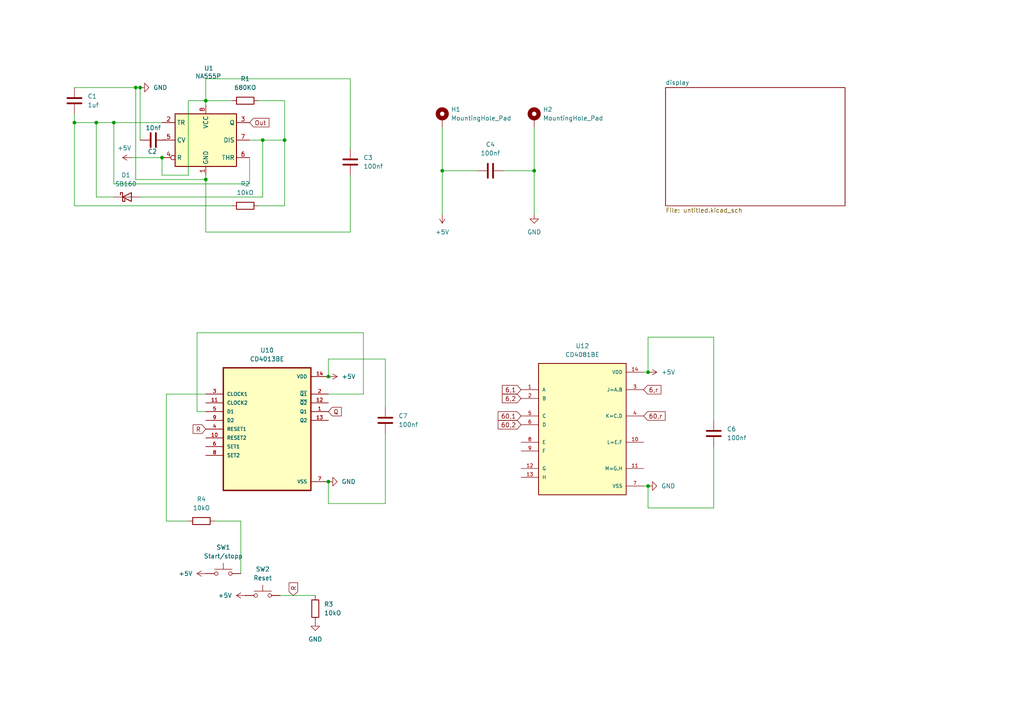
<source format=kicad_sch>
(kicad_sch
	(version 20250114)
	(generator "eeschema")
	(generator_version "9.0")
	(uuid "65a62ec9-816c-404c-9881-e0af6c08cd00")
	(paper "A4")
	(title_block
		(title "Stoppuhr ")
		(date "2026-01-07")
		(rev "1")
	)
	(lib_symbols
		(symbol "CD4013BE:CD4013BE"
			(pin_names
				(offset 1.016)
			)
			(exclude_from_sim no)
			(in_bom yes)
			(on_board yes)
			(property "Reference" "U"
				(at -12.7 18.78 0)
				(effects
					(font
						(size 1.27 1.27)
					)
					(justify left bottom)
				)
			)
			(property "Value" "CD4013BE"
				(at -12.7 -21.78 0)
				(effects
					(font
						(size 1.27 1.27)
					)
					(justify left bottom)
				)
			)
			(property "Footprint" "CD4013BE:DIP794W45P254L1969H508Q14"
				(at 0 0 0)
				(effects
					(font
						(size 1.27 1.27)
					)
					(justify bottom)
					(hide yes)
				)
			)
			(property "Datasheet" ""
				(at 0 0 0)
				(effects
					(font
						(size 1.27 1.27)
					)
					(hide yes)
				)
			)
			(property "Description" ""
				(at 0 0 0)
				(effects
					(font
						(size 1.27 1.27)
					)
					(hide yes)
				)
			)
			(property "MF" "Texas Instruments"
				(at 0 0 0)
				(effects
					(font
						(size 1.27 1.27)
					)
					(justify bottom)
					(hide yes)
				)
			)
			(property "Description_1" "CMOS Dual D-Type Flip Flop"
				(at 0 0 0)
				(effects
					(font
						(size 1.27 1.27)
					)
					(justify bottom)
					(hide yes)
				)
			)
			(property "Package" "PDIP-14 Texas Instruments"
				(at 0 0 0)
				(effects
					(font
						(size 1.27 1.27)
					)
					(justify bottom)
					(hide yes)
				)
			)
			(property "Price" "None"
				(at 0 0 0)
				(effects
					(font
						(size 1.27 1.27)
					)
					(justify bottom)
					(hide yes)
				)
			)
			(property "SnapEDA_Link" "https://www.snapeda.com/parts/CD4013BE/Texas+Instruments/view-part/?ref=snap"
				(at 0 0 0)
				(effects
					(font
						(size 1.27 1.27)
					)
					(justify bottom)
					(hide yes)
				)
			)
			(property "MP" "CD4013BE"
				(at 0 0 0)
				(effects
					(font
						(size 1.27 1.27)
					)
					(justify bottom)
					(hide yes)
				)
			)
			(property "Purchase-URL" "https://www.snapeda.com/api/url_track_click_mouser/?unipart_id=290154&manufacturer=Texas Instruments&part_name=CD4013BE&search_term=None"
				(at 0 0 0)
				(effects
					(font
						(size 1.27 1.27)
					)
					(justify bottom)
					(hide yes)
				)
			)
			(property "Availability" "In Stock"
				(at 0 0 0)
				(effects
					(font
						(size 1.27 1.27)
					)
					(justify bottom)
					(hide yes)
				)
			)
			(property "Check_prices" "https://www.snapeda.com/parts/CD4013BE/Texas+Instruments/view-part/?ref=eda"
				(at 0 0 0)
				(effects
					(font
						(size 1.27 1.27)
					)
					(justify bottom)
					(hide yes)
				)
			)
			(symbol "CD4013BE_0_0"
				(rectangle
					(start -12.7 -17.78)
					(end 12.7 17.78)
					(stroke
						(width 0.41)
						(type default)
					)
					(fill
						(type background)
					)
				)
				(pin input line
					(at -17.78 10.16 0)
					(length 5.08)
					(name "CLOCK1"
						(effects
							(font
								(size 1.016 1.016)
							)
						)
					)
					(number "3"
						(effects
							(font
								(size 1.016 1.016)
							)
						)
					)
				)
				(pin input line
					(at -17.78 7.62 0)
					(length 5.08)
					(name "CLOCK2"
						(effects
							(font
								(size 1.016 1.016)
							)
						)
					)
					(number "11"
						(effects
							(font
								(size 1.016 1.016)
							)
						)
					)
				)
				(pin input line
					(at -17.78 5.08 0)
					(length 5.08)
					(name "D1"
						(effects
							(font
								(size 1.016 1.016)
							)
						)
					)
					(number "5"
						(effects
							(font
								(size 1.016 1.016)
							)
						)
					)
				)
				(pin input line
					(at -17.78 2.54 0)
					(length 5.08)
					(name "D2"
						(effects
							(font
								(size 1.016 1.016)
							)
						)
					)
					(number "9"
						(effects
							(font
								(size 1.016 1.016)
							)
						)
					)
				)
				(pin input line
					(at -17.78 0 0)
					(length 5.08)
					(name "RESET1"
						(effects
							(font
								(size 1.016 1.016)
							)
						)
					)
					(number "4"
						(effects
							(font
								(size 1.016 1.016)
							)
						)
					)
				)
				(pin input line
					(at -17.78 -2.54 0)
					(length 5.08)
					(name "RESET2"
						(effects
							(font
								(size 1.016 1.016)
							)
						)
					)
					(number "10"
						(effects
							(font
								(size 1.016 1.016)
							)
						)
					)
				)
				(pin input line
					(at -17.78 -5.08 0)
					(length 5.08)
					(name "SET1"
						(effects
							(font
								(size 1.016 1.016)
							)
						)
					)
					(number "6"
						(effects
							(font
								(size 1.016 1.016)
							)
						)
					)
				)
				(pin input line
					(at -17.78 -7.62 0)
					(length 5.08)
					(name "SET2"
						(effects
							(font
								(size 1.016 1.016)
							)
						)
					)
					(number "8"
						(effects
							(font
								(size 1.016 1.016)
							)
						)
					)
				)
				(pin power_in line
					(at 17.78 15.24 180)
					(length 5.08)
					(name "VDD"
						(effects
							(font
								(size 1.016 1.016)
							)
						)
					)
					(number "14"
						(effects
							(font
								(size 1.016 1.016)
							)
						)
					)
				)
				(pin output line
					(at 17.78 10.16 180)
					(length 5.08)
					(name "~{Q1}"
						(effects
							(font
								(size 1.016 1.016)
							)
						)
					)
					(number "2"
						(effects
							(font
								(size 1.016 1.016)
							)
						)
					)
				)
				(pin output line
					(at 17.78 7.62 180)
					(length 5.08)
					(name "~{Q2}"
						(effects
							(font
								(size 1.016 1.016)
							)
						)
					)
					(number "12"
						(effects
							(font
								(size 1.016 1.016)
							)
						)
					)
				)
				(pin output line
					(at 17.78 5.08 180)
					(length 5.08)
					(name "Q1"
						(effects
							(font
								(size 1.016 1.016)
							)
						)
					)
					(number "1"
						(effects
							(font
								(size 1.016 1.016)
							)
						)
					)
				)
				(pin output line
					(at 17.78 2.54 180)
					(length 5.08)
					(name "Q2"
						(effects
							(font
								(size 1.016 1.016)
							)
						)
					)
					(number "13"
						(effects
							(font
								(size 1.016 1.016)
							)
						)
					)
				)
				(pin power_in line
					(at 17.78 -15.24 180)
					(length 5.08)
					(name "VSS"
						(effects
							(font
								(size 1.016 1.016)
							)
						)
					)
					(number "7"
						(effects
							(font
								(size 1.016 1.016)
							)
						)
					)
				)
			)
			(embedded_fonts no)
		)
		(symbol "CD4081BE:CD4081BE"
			(pin_names
				(offset 1.016)
			)
			(exclude_from_sim no)
			(in_bom yes)
			(on_board yes)
			(property "Reference" "U"
				(at -12.7 18.78 0)
				(effects
					(font
						(size 1.27 1.27)
					)
					(justify left bottom)
				)
			)
			(property "Value" "CD4081BE"
				(at -12.7 -22.86 0)
				(effects
					(font
						(size 1.27 1.27)
					)
					(justify left bottom)
				)
			)
			(property "Footprint" "CD4081BE:DIP794W45P254L1930H508Q14"
				(at 0 0 0)
				(effects
					(font
						(size 1.27 1.27)
					)
					(justify bottom)
					(hide yes)
				)
			)
			(property "Datasheet" ""
				(at 0 0 0)
				(effects
					(font
						(size 1.27 1.27)
					)
					(hide yes)
				)
			)
			(property "Description" ""
				(at 0 0 0)
				(effects
					(font
						(size 1.27 1.27)
					)
					(hide yes)
				)
			)
			(property "MF" "Texas Instruments"
				(at 0 0 0)
				(effects
					(font
						(size 1.27 1.27)
					)
					(justify bottom)
					(hide yes)
				)
			)
			(property "SNAPEDA_PACKAGE_ID" "10604"
				(at 0 0 0)
				(effects
					(font
						(size 1.27 1.27)
					)
					(justify bottom)
					(hide yes)
				)
			)
			(property "Package" "PDIP-14 Texas Instruments"
				(at 0 0 0)
				(effects
					(font
						(size 1.27 1.27)
					)
					(justify bottom)
					(hide yes)
				)
			)
			(property "Price" "None"
				(at 0 0 0)
				(effects
					(font
						(size 1.27 1.27)
					)
					(justify bottom)
					(hide yes)
				)
			)
			(property "Check_prices" "https://www.snapeda.com/parts/CD4081BE/Texas+Instruments/view-part/?ref=eda"
				(at 0 0 0)
				(effects
					(font
						(size 1.27 1.27)
					)
					(justify bottom)
					(hide yes)
				)
			)
			(property "STANDARD" "IPC 7351B"
				(at 0 0 0)
				(effects
					(font
						(size 1.27 1.27)
					)
					(justify bottom)
					(hide yes)
				)
			)
			(property "PARTREV" "September 2003"
				(at 0 0 0)
				(effects
					(font
						(size 1.27 1.27)
					)
					(justify bottom)
					(hide yes)
				)
			)
			(property "SnapEDA_Link" "https://www.snapeda.com/parts/CD4081BE/Texas+Instruments/view-part/?ref=snap"
				(at 0 0 0)
				(effects
					(font
						(size 1.27 1.27)
					)
					(justify bottom)
					(hide yes)
				)
			)
			(property "MP" "CD4081BE"
				(at 0 0 0)
				(effects
					(font
						(size 1.27 1.27)
					)
					(justify bottom)
					(hide yes)
				)
			)
			(property "Purchase-URL" "https://www.snapeda.com/api/url_track_click_mouser/?unipart_id=1844769&manufacturer=Texas Instruments&part_name=CD4081BE&search_term=None"
				(at 0 0 0)
				(effects
					(font
						(size 1.27 1.27)
					)
					(justify bottom)
					(hide yes)
				)
			)
			(property "Description_1" "4-ch 2-input 3-V to 18-V AND gate"
				(at 0 0 0)
				(effects
					(font
						(size 1.27 1.27)
					)
					(justify bottom)
					(hide yes)
				)
			)
			(property "MANUFACTURER" "Texas Instruments"
				(at 0 0 0)
				(effects
					(font
						(size 1.27 1.27)
					)
					(justify bottom)
					(hide yes)
				)
			)
			(property "Availability" "In Stock"
				(at 0 0 0)
				(effects
					(font
						(size 1.27 1.27)
					)
					(justify bottom)
					(hide yes)
				)
			)
			(property "MAXIMUM_PACKAGE_HEIGHT" "5.08 mm"
				(at 0 0 0)
				(effects
					(font
						(size 1.27 1.27)
					)
					(justify bottom)
					(hide yes)
				)
			)
			(symbol "CD4081BE_0_0"
				(rectangle
					(start -12.7 -20.32)
					(end 12.7 17.78)
					(stroke
						(width 0.254)
						(type default)
					)
					(fill
						(type background)
					)
				)
				(pin input line
					(at -17.78 10.16 0)
					(length 5.08)
					(name "A"
						(effects
							(font
								(size 1.016 1.016)
							)
						)
					)
					(number "1"
						(effects
							(font
								(size 1.016 1.016)
							)
						)
					)
				)
				(pin input line
					(at -17.78 7.62 0)
					(length 5.08)
					(name "B"
						(effects
							(font
								(size 1.016 1.016)
							)
						)
					)
					(number "2"
						(effects
							(font
								(size 1.016 1.016)
							)
						)
					)
				)
				(pin input line
					(at -17.78 2.54 0)
					(length 5.08)
					(name "C"
						(effects
							(font
								(size 1.016 1.016)
							)
						)
					)
					(number "5"
						(effects
							(font
								(size 1.016 1.016)
							)
						)
					)
				)
				(pin input line
					(at -17.78 0 0)
					(length 5.08)
					(name "D"
						(effects
							(font
								(size 1.016 1.016)
							)
						)
					)
					(number "6"
						(effects
							(font
								(size 1.016 1.016)
							)
						)
					)
				)
				(pin input line
					(at -17.78 -5.08 0)
					(length 5.08)
					(name "E"
						(effects
							(font
								(size 1.016 1.016)
							)
						)
					)
					(number "8"
						(effects
							(font
								(size 1.016 1.016)
							)
						)
					)
				)
				(pin input line
					(at -17.78 -7.62 0)
					(length 5.08)
					(name "F"
						(effects
							(font
								(size 1.016 1.016)
							)
						)
					)
					(number "9"
						(effects
							(font
								(size 1.016 1.016)
							)
						)
					)
				)
				(pin input line
					(at -17.78 -12.7 0)
					(length 5.08)
					(name "G"
						(effects
							(font
								(size 1.016 1.016)
							)
						)
					)
					(number "12"
						(effects
							(font
								(size 1.016 1.016)
							)
						)
					)
				)
				(pin input line
					(at -17.78 -15.24 0)
					(length 5.08)
					(name "H"
						(effects
							(font
								(size 1.016 1.016)
							)
						)
					)
					(number "13"
						(effects
							(font
								(size 1.016 1.016)
							)
						)
					)
				)
				(pin power_in line
					(at 17.78 15.24 180)
					(length 5.08)
					(name "VDD"
						(effects
							(font
								(size 1.016 1.016)
							)
						)
					)
					(number "14"
						(effects
							(font
								(size 1.016 1.016)
							)
						)
					)
				)
				(pin output line
					(at 17.78 10.16 180)
					(length 5.08)
					(name "J=A.B"
						(effects
							(font
								(size 1.016 1.016)
							)
						)
					)
					(number "3"
						(effects
							(font
								(size 1.016 1.016)
							)
						)
					)
				)
				(pin output line
					(at 17.78 2.54 180)
					(length 5.08)
					(name "K=C.D"
						(effects
							(font
								(size 1.016 1.016)
							)
						)
					)
					(number "4"
						(effects
							(font
								(size 1.016 1.016)
							)
						)
					)
				)
				(pin output line
					(at 17.78 -5.08 180)
					(length 5.08)
					(name "L=E.F"
						(effects
							(font
								(size 1.016 1.016)
							)
						)
					)
					(number "10"
						(effects
							(font
								(size 1.016 1.016)
							)
						)
					)
				)
				(pin output line
					(at 17.78 -12.7 180)
					(length 5.08)
					(name "M=G.H"
						(effects
							(font
								(size 1.016 1.016)
							)
						)
					)
					(number "11"
						(effects
							(font
								(size 1.016 1.016)
							)
						)
					)
				)
				(pin power_in line
					(at 17.78 -17.78 180)
					(length 5.08)
					(name "VSS"
						(effects
							(font
								(size 1.016 1.016)
							)
						)
					)
					(number "7"
						(effects
							(font
								(size 1.016 1.016)
							)
						)
					)
				)
			)
			(embedded_fonts no)
		)
		(symbol "Device:C"
			(pin_numbers
				(hide yes)
			)
			(pin_names
				(offset 0.254)
			)
			(exclude_from_sim no)
			(in_bom yes)
			(on_board yes)
			(property "Reference" "C"
				(at 0.635 2.54 0)
				(effects
					(font
						(size 1.27 1.27)
					)
					(justify left)
				)
			)
			(property "Value" "C"
				(at 0.635 -2.54 0)
				(effects
					(font
						(size 1.27 1.27)
					)
					(justify left)
				)
			)
			(property "Footprint" ""
				(at 0.9652 -3.81 0)
				(effects
					(font
						(size 1.27 1.27)
					)
					(hide yes)
				)
			)
			(property "Datasheet" "~"
				(at 0 0 0)
				(effects
					(font
						(size 1.27 1.27)
					)
					(hide yes)
				)
			)
			(property "Description" "Unpolarized capacitor"
				(at 0 0 0)
				(effects
					(font
						(size 1.27 1.27)
					)
					(hide yes)
				)
			)
			(property "ki_keywords" "cap capacitor"
				(at 0 0 0)
				(effects
					(font
						(size 1.27 1.27)
					)
					(hide yes)
				)
			)
			(property "ki_fp_filters" "C_*"
				(at 0 0 0)
				(effects
					(font
						(size 1.27 1.27)
					)
					(hide yes)
				)
			)
			(symbol "C_0_1"
				(polyline
					(pts
						(xy -2.032 0.762) (xy 2.032 0.762)
					)
					(stroke
						(width 0.508)
						(type default)
					)
					(fill
						(type none)
					)
				)
				(polyline
					(pts
						(xy -2.032 -0.762) (xy 2.032 -0.762)
					)
					(stroke
						(width 0.508)
						(type default)
					)
					(fill
						(type none)
					)
				)
			)
			(symbol "C_1_1"
				(pin passive line
					(at 0 3.81 270)
					(length 2.794)
					(name "~"
						(effects
							(font
								(size 1.27 1.27)
							)
						)
					)
					(number "1"
						(effects
							(font
								(size 1.27 1.27)
							)
						)
					)
				)
				(pin passive line
					(at 0 -3.81 90)
					(length 2.794)
					(name "~"
						(effects
							(font
								(size 1.27 1.27)
							)
						)
					)
					(number "2"
						(effects
							(font
								(size 1.27 1.27)
							)
						)
					)
				)
			)
			(embedded_fonts no)
		)
		(symbol "Device:R"
			(pin_numbers
				(hide yes)
			)
			(pin_names
				(offset 0)
			)
			(exclude_from_sim no)
			(in_bom yes)
			(on_board yes)
			(property "Reference" "R"
				(at 2.032 0 90)
				(effects
					(font
						(size 1.27 1.27)
					)
				)
			)
			(property "Value" "R"
				(at 0 0 90)
				(effects
					(font
						(size 1.27 1.27)
					)
				)
			)
			(property "Footprint" ""
				(at -1.778 0 90)
				(effects
					(font
						(size 1.27 1.27)
					)
					(hide yes)
				)
			)
			(property "Datasheet" "~"
				(at 0 0 0)
				(effects
					(font
						(size 1.27 1.27)
					)
					(hide yes)
				)
			)
			(property "Description" "Resistor"
				(at 0 0 0)
				(effects
					(font
						(size 1.27 1.27)
					)
					(hide yes)
				)
			)
			(property "ki_keywords" "R res resistor"
				(at 0 0 0)
				(effects
					(font
						(size 1.27 1.27)
					)
					(hide yes)
				)
			)
			(property "ki_fp_filters" "R_*"
				(at 0 0 0)
				(effects
					(font
						(size 1.27 1.27)
					)
					(hide yes)
				)
			)
			(symbol "R_0_1"
				(rectangle
					(start -1.016 -2.54)
					(end 1.016 2.54)
					(stroke
						(width 0.254)
						(type default)
					)
					(fill
						(type none)
					)
				)
			)
			(symbol "R_1_1"
				(pin passive line
					(at 0 3.81 270)
					(length 1.27)
					(name "~"
						(effects
							(font
								(size 1.27 1.27)
							)
						)
					)
					(number "1"
						(effects
							(font
								(size 1.27 1.27)
							)
						)
					)
				)
				(pin passive line
					(at 0 -3.81 90)
					(length 1.27)
					(name "~"
						(effects
							(font
								(size 1.27 1.27)
							)
						)
					)
					(number "2"
						(effects
							(font
								(size 1.27 1.27)
							)
						)
					)
				)
			)
			(embedded_fonts no)
		)
		(symbol "Diode:SB160"
			(pin_numbers
				(hide yes)
			)
			(pin_names
				(offset 1.016)
				(hide yes)
			)
			(exclude_from_sim no)
			(in_bom yes)
			(on_board yes)
			(property "Reference" "D"
				(at 0 2.54 0)
				(effects
					(font
						(size 1.27 1.27)
					)
				)
			)
			(property "Value" "SB160"
				(at 0 -2.54 0)
				(effects
					(font
						(size 1.27 1.27)
					)
				)
			)
			(property "Footprint" "Diode_THT:D_DO-41_SOD81_P10.16mm_Horizontal"
				(at 0 -4.445 0)
				(effects
					(font
						(size 1.27 1.27)
					)
					(hide yes)
				)
			)
			(property "Datasheet" "http://www.diodes.com/_files/datasheets/ds23022.pdf"
				(at 0 0 0)
				(effects
					(font
						(size 1.27 1.27)
					)
					(hide yes)
				)
			)
			(property "Description" "60V 1A Schottky Barrier Rectifier Diode, DO-41"
				(at 0 0 0)
				(effects
					(font
						(size 1.27 1.27)
					)
					(hide yes)
				)
			)
			(property "ki_keywords" "diode Schottky"
				(at 0 0 0)
				(effects
					(font
						(size 1.27 1.27)
					)
					(hide yes)
				)
			)
			(property "ki_fp_filters" "D*DO?41*"
				(at 0 0 0)
				(effects
					(font
						(size 1.27 1.27)
					)
					(hide yes)
				)
			)
			(symbol "SB160_0_1"
				(polyline
					(pts
						(xy -1.905 0.635) (xy -1.905 1.27) (xy -1.27 1.27) (xy -1.27 -1.27) (xy -0.635 -1.27) (xy -0.635 -0.635)
					)
					(stroke
						(width 0.254)
						(type default)
					)
					(fill
						(type none)
					)
				)
				(polyline
					(pts
						(xy 1.27 1.27) (xy 1.27 -1.27) (xy -1.27 0) (xy 1.27 1.27)
					)
					(stroke
						(width 0.254)
						(type default)
					)
					(fill
						(type none)
					)
				)
				(polyline
					(pts
						(xy 1.27 0) (xy -1.27 0)
					)
					(stroke
						(width 0)
						(type default)
					)
					(fill
						(type none)
					)
				)
			)
			(symbol "SB160_1_1"
				(pin passive line
					(at -3.81 0 0)
					(length 2.54)
					(name "K"
						(effects
							(font
								(size 1.27 1.27)
							)
						)
					)
					(number "1"
						(effects
							(font
								(size 1.27 1.27)
							)
						)
					)
				)
				(pin passive line
					(at 3.81 0 180)
					(length 2.54)
					(name "A"
						(effects
							(font
								(size 1.27 1.27)
							)
						)
					)
					(number "2"
						(effects
							(font
								(size 1.27 1.27)
							)
						)
					)
				)
			)
			(embedded_fonts no)
		)
		(symbol "Mechanical:MountingHole_Pad"
			(pin_numbers
				(hide yes)
			)
			(pin_names
				(offset 1.016)
				(hide yes)
			)
			(exclude_from_sim no)
			(in_bom no)
			(on_board yes)
			(property "Reference" "H"
				(at 0 6.35 0)
				(effects
					(font
						(size 1.27 1.27)
					)
				)
			)
			(property "Value" "MountingHole_Pad"
				(at 0 4.445 0)
				(effects
					(font
						(size 1.27 1.27)
					)
				)
			)
			(property "Footprint" ""
				(at 0 0 0)
				(effects
					(font
						(size 1.27 1.27)
					)
					(hide yes)
				)
			)
			(property "Datasheet" "~"
				(at 0 0 0)
				(effects
					(font
						(size 1.27 1.27)
					)
					(hide yes)
				)
			)
			(property "Description" "Mounting Hole with connection"
				(at 0 0 0)
				(effects
					(font
						(size 1.27 1.27)
					)
					(hide yes)
				)
			)
			(property "ki_keywords" "mounting hole"
				(at 0 0 0)
				(effects
					(font
						(size 1.27 1.27)
					)
					(hide yes)
				)
			)
			(property "ki_fp_filters" "MountingHole*Pad*"
				(at 0 0 0)
				(effects
					(font
						(size 1.27 1.27)
					)
					(hide yes)
				)
			)
			(symbol "MountingHole_Pad_0_1"
				(circle
					(center 0 1.27)
					(radius 1.27)
					(stroke
						(width 1.27)
						(type default)
					)
					(fill
						(type none)
					)
				)
			)
			(symbol "MountingHole_Pad_1_1"
				(pin input line
					(at 0 -2.54 90)
					(length 2.54)
					(name "1"
						(effects
							(font
								(size 1.27 1.27)
							)
						)
					)
					(number "1"
						(effects
							(font
								(size 1.27 1.27)
							)
						)
					)
				)
			)
			(embedded_fonts no)
		)
		(symbol "Switch:SW_Push"
			(pin_numbers
				(hide yes)
			)
			(pin_names
				(offset 1.016)
				(hide yes)
			)
			(exclude_from_sim no)
			(in_bom yes)
			(on_board yes)
			(property "Reference" "SW"
				(at 1.27 2.54 0)
				(effects
					(font
						(size 1.27 1.27)
					)
					(justify left)
				)
			)
			(property "Value" "SW_Push"
				(at 0 -1.524 0)
				(effects
					(font
						(size 1.27 1.27)
					)
				)
			)
			(property "Footprint" ""
				(at 0 5.08 0)
				(effects
					(font
						(size 1.27 1.27)
					)
					(hide yes)
				)
			)
			(property "Datasheet" "~"
				(at 0 5.08 0)
				(effects
					(font
						(size 1.27 1.27)
					)
					(hide yes)
				)
			)
			(property "Description" "Push button switch, generic, two pins"
				(at 0 0 0)
				(effects
					(font
						(size 1.27 1.27)
					)
					(hide yes)
				)
			)
			(property "ki_keywords" "switch normally-open pushbutton push-button"
				(at 0 0 0)
				(effects
					(font
						(size 1.27 1.27)
					)
					(hide yes)
				)
			)
			(symbol "SW_Push_0_1"
				(circle
					(center -2.032 0)
					(radius 0.508)
					(stroke
						(width 0)
						(type default)
					)
					(fill
						(type none)
					)
				)
				(polyline
					(pts
						(xy 0 1.27) (xy 0 3.048)
					)
					(stroke
						(width 0)
						(type default)
					)
					(fill
						(type none)
					)
				)
				(circle
					(center 2.032 0)
					(radius 0.508)
					(stroke
						(width 0)
						(type default)
					)
					(fill
						(type none)
					)
				)
				(polyline
					(pts
						(xy 2.54 1.27) (xy -2.54 1.27)
					)
					(stroke
						(width 0)
						(type default)
					)
					(fill
						(type none)
					)
				)
				(pin passive line
					(at -5.08 0 0)
					(length 2.54)
					(name "1"
						(effects
							(font
								(size 1.27 1.27)
							)
						)
					)
					(number "1"
						(effects
							(font
								(size 1.27 1.27)
							)
						)
					)
				)
				(pin passive line
					(at 5.08 0 180)
					(length 2.54)
					(name "2"
						(effects
							(font
								(size 1.27 1.27)
							)
						)
					)
					(number "2"
						(effects
							(font
								(size 1.27 1.27)
							)
						)
					)
				)
			)
			(embedded_fonts no)
		)
		(symbol "Timer:NA555P"
			(exclude_from_sim no)
			(in_bom yes)
			(on_board yes)
			(property "Reference" "U"
				(at -10.16 8.89 0)
				(effects
					(font
						(size 1.27 1.27)
					)
					(justify left)
				)
			)
			(property "Value" "NA555P"
				(at 2.54 8.89 0)
				(effects
					(font
						(size 1.27 1.27)
					)
					(justify left)
				)
			)
			(property "Footprint" "Package_DIP:DIP-8_W7.62mm"
				(at 16.51 -10.16 0)
				(effects
					(font
						(size 1.27 1.27)
					)
					(hide yes)
				)
			)
			(property "Datasheet" "http://www.ti.com/lit/ds/symlink/ne555.pdf"
				(at 21.59 -10.16 0)
				(effects
					(font
						(size 1.27 1.27)
					)
					(hide yes)
				)
			)
			(property "Description" "Precision Timers, 555 compatible, PDIP-8"
				(at 0 0 0)
				(effects
					(font
						(size 1.27 1.27)
					)
					(hide yes)
				)
			)
			(property "ki_keywords" "single timer 555"
				(at 0 0 0)
				(effects
					(font
						(size 1.27 1.27)
					)
					(hide yes)
				)
			)
			(property "ki_fp_filters" "DIP*W7.62mm*"
				(at 0 0 0)
				(effects
					(font
						(size 1.27 1.27)
					)
					(hide yes)
				)
			)
			(symbol "NA555P_0_0"
				(pin power_in line
					(at 0 10.16 270)
					(length 2.54)
					(name "VCC"
						(effects
							(font
								(size 1.27 1.27)
							)
						)
					)
					(number "8"
						(effects
							(font
								(size 1.27 1.27)
							)
						)
					)
				)
				(pin power_in line
					(at 0 -10.16 90)
					(length 2.54)
					(name "GND"
						(effects
							(font
								(size 1.27 1.27)
							)
						)
					)
					(number "1"
						(effects
							(font
								(size 1.27 1.27)
							)
						)
					)
				)
			)
			(symbol "NA555P_0_1"
				(rectangle
					(start -8.89 -7.62)
					(end 8.89 7.62)
					(stroke
						(width 0.254)
						(type default)
					)
					(fill
						(type background)
					)
				)
				(rectangle
					(start -8.89 -7.62)
					(end 8.89 7.62)
					(stroke
						(width 0.254)
						(type default)
					)
					(fill
						(type background)
					)
				)
			)
			(symbol "NA555P_1_1"
				(pin input line
					(at -12.7 5.08 0)
					(length 3.81)
					(name "TR"
						(effects
							(font
								(size 1.27 1.27)
							)
						)
					)
					(number "2"
						(effects
							(font
								(size 1.27 1.27)
							)
						)
					)
				)
				(pin input line
					(at -12.7 0 0)
					(length 3.81)
					(name "CV"
						(effects
							(font
								(size 1.27 1.27)
							)
						)
					)
					(number "5"
						(effects
							(font
								(size 1.27 1.27)
							)
						)
					)
				)
				(pin input inverted
					(at -12.7 -5.08 0)
					(length 3.81)
					(name "R"
						(effects
							(font
								(size 1.27 1.27)
							)
						)
					)
					(number "4"
						(effects
							(font
								(size 1.27 1.27)
							)
						)
					)
				)
				(pin output line
					(at 12.7 5.08 180)
					(length 3.81)
					(name "Q"
						(effects
							(font
								(size 1.27 1.27)
							)
						)
					)
					(number "3"
						(effects
							(font
								(size 1.27 1.27)
							)
						)
					)
				)
				(pin input line
					(at 12.7 0 180)
					(length 3.81)
					(name "DIS"
						(effects
							(font
								(size 1.27 1.27)
							)
						)
					)
					(number "7"
						(effects
							(font
								(size 1.27 1.27)
							)
						)
					)
				)
				(pin input line
					(at 12.7 -5.08 180)
					(length 3.81)
					(name "THR"
						(effects
							(font
								(size 1.27 1.27)
							)
						)
					)
					(number "6"
						(effects
							(font
								(size 1.27 1.27)
							)
						)
					)
				)
			)
			(embedded_fonts no)
		)
		(symbol "power:+5V"
			(power)
			(pin_numbers
				(hide yes)
			)
			(pin_names
				(offset 0)
				(hide yes)
			)
			(exclude_from_sim no)
			(in_bom yes)
			(on_board yes)
			(property "Reference" "#PWR"
				(at 0 -3.81 0)
				(effects
					(font
						(size 1.27 1.27)
					)
					(hide yes)
				)
			)
			(property "Value" "+5V"
				(at 0 3.556 0)
				(effects
					(font
						(size 1.27 1.27)
					)
				)
			)
			(property "Footprint" ""
				(at 0 0 0)
				(effects
					(font
						(size 1.27 1.27)
					)
					(hide yes)
				)
			)
			(property "Datasheet" ""
				(at 0 0 0)
				(effects
					(font
						(size 1.27 1.27)
					)
					(hide yes)
				)
			)
			(property "Description" "Power symbol creates a global label with name \"+5V\""
				(at 0 0 0)
				(effects
					(font
						(size 1.27 1.27)
					)
					(hide yes)
				)
			)
			(property "ki_keywords" "global power"
				(at 0 0 0)
				(effects
					(font
						(size 1.27 1.27)
					)
					(hide yes)
				)
			)
			(symbol "+5V_0_1"
				(polyline
					(pts
						(xy -0.762 1.27) (xy 0 2.54)
					)
					(stroke
						(width 0)
						(type default)
					)
					(fill
						(type none)
					)
				)
				(polyline
					(pts
						(xy 0 2.54) (xy 0.762 1.27)
					)
					(stroke
						(width 0)
						(type default)
					)
					(fill
						(type none)
					)
				)
				(polyline
					(pts
						(xy 0 0) (xy 0 2.54)
					)
					(stroke
						(width 0)
						(type default)
					)
					(fill
						(type none)
					)
				)
			)
			(symbol "+5V_1_1"
				(pin power_in line
					(at 0 0 90)
					(length 0)
					(name "~"
						(effects
							(font
								(size 1.27 1.27)
							)
						)
					)
					(number "1"
						(effects
							(font
								(size 1.27 1.27)
							)
						)
					)
				)
			)
			(embedded_fonts no)
		)
		(symbol "power:GND"
			(power)
			(pin_numbers
				(hide yes)
			)
			(pin_names
				(offset 0)
				(hide yes)
			)
			(exclude_from_sim no)
			(in_bom yes)
			(on_board yes)
			(property "Reference" "#PWR"
				(at 0 -6.35 0)
				(effects
					(font
						(size 1.27 1.27)
					)
					(hide yes)
				)
			)
			(property "Value" "GND"
				(at 0 -3.81 0)
				(effects
					(font
						(size 1.27 1.27)
					)
				)
			)
			(property "Footprint" ""
				(at 0 0 0)
				(effects
					(font
						(size 1.27 1.27)
					)
					(hide yes)
				)
			)
			(property "Datasheet" ""
				(at 0 0 0)
				(effects
					(font
						(size 1.27 1.27)
					)
					(hide yes)
				)
			)
			(property "Description" "Power symbol creates a global label with name \"GND\" , ground"
				(at 0 0 0)
				(effects
					(font
						(size 1.27 1.27)
					)
					(hide yes)
				)
			)
			(property "ki_keywords" "global power"
				(at 0 0 0)
				(effects
					(font
						(size 1.27 1.27)
					)
					(hide yes)
				)
			)
			(symbol "GND_0_1"
				(polyline
					(pts
						(xy 0 0) (xy 0 -1.27) (xy 1.27 -1.27) (xy 0 -2.54) (xy -1.27 -1.27) (xy 0 -1.27)
					)
					(stroke
						(width 0)
						(type default)
					)
					(fill
						(type none)
					)
				)
			)
			(symbol "GND_1_1"
				(pin power_in line
					(at 0 0 270)
					(length 0)
					(name "~"
						(effects
							(font
								(size 1.27 1.27)
							)
						)
					)
					(number "1"
						(effects
							(font
								(size 1.27 1.27)
							)
						)
					)
				)
			)
			(embedded_fonts no)
		)
	)
	(junction
		(at 95.25 109.22)
		(diameter 0)
		(color 0 0 0 0)
		(uuid "0e5d592a-04df-4516-9b19-2df4d5f88162")
	)
	(junction
		(at 59.69 52.07)
		(diameter 0)
		(color 0 0 0 0)
		(uuid "1f715c8b-5944-4fc3-9493-868efdf75a7c")
	)
	(junction
		(at 39.37 25.4)
		(diameter 0)
		(color 0 0 0 0)
		(uuid "3fc5da46-907f-47c6-a84f-bbdac9d32e68")
	)
	(junction
		(at 76.2 40.64)
		(diameter 0)
		(color 0 0 0 0)
		(uuid "48f958c0-b5ac-47fc-b3af-922f3fc1e6d8")
	)
	(junction
		(at 40.64 25.4)
		(diameter 0)
		(color 0 0 0 0)
		(uuid "5b03cea9-1c55-47f2-99c7-301429542b32")
	)
	(junction
		(at 187.96 107.95)
		(diameter 0)
		(color 0 0 0 0)
		(uuid "5b34d8f0-b9b5-42c4-9456-0133975d11d4")
	)
	(junction
		(at 46.99 45.72)
		(diameter 0)
		(color 0 0 0 0)
		(uuid "74f03320-86df-4da0-a536-71625e5e8520")
	)
	(junction
		(at 33.02 35.56)
		(diameter 0)
		(color 0 0 0 0)
		(uuid "7944a8d9-5d80-41bc-b7d7-819e6a4dfe4d")
	)
	(junction
		(at 21.59 35.56)
		(diameter 0)
		(color 0 0 0 0)
		(uuid "b96bc5ed-d70c-48ad-ae97-069a8ba01d79")
	)
	(junction
		(at 154.94 49.53)
		(diameter 0)
		(color 0 0 0 0)
		(uuid "c056b824-3769-4311-bb0f-9f957aa36978")
	)
	(junction
		(at 82.55 40.64)
		(diameter 0)
		(color 0 0 0 0)
		(uuid "d75012f3-a3ac-45ac-b2a1-6948a96ac265")
	)
	(junction
		(at 59.69 29.21)
		(diameter 0)
		(color 0 0 0 0)
		(uuid "d96365e6-41b7-4b2d-ad7f-f6971e32dd90")
	)
	(junction
		(at 128.27 49.53)
		(diameter 0)
		(color 0 0 0 0)
		(uuid "e1551462-ab9e-46a8-9c0d-c347495e200d")
	)
	(junction
		(at 187.96 140.97)
		(diameter 0)
		(color 0 0 0 0)
		(uuid "ed060c53-76ec-4bf8-906c-1650915f6b44")
	)
	(junction
		(at 27.94 35.56)
		(diameter 0)
		(color 0 0 0 0)
		(uuid "ed483e76-a846-4334-9eed-23d2329eefc1")
	)
	(junction
		(at 95.25 139.7)
		(diameter 0)
		(color 0 0 0 0)
		(uuid "f90f5388-8060-41b8-9efa-990f8b5ce243")
	)
	(wire
		(pts
			(xy 111.76 125.73) (xy 111.76 146.05)
		)
		(stroke
			(width 0)
			(type default)
		)
		(uuid "027bc26a-5c00-4ee5-b1fc-a6a291372565")
	)
	(wire
		(pts
			(xy 101.6 22.86) (xy 101.6 43.18)
		)
		(stroke
			(width 0)
			(type default)
		)
		(uuid "04523261-c706-4946-8f02-9ff14af06449")
	)
	(wire
		(pts
			(xy 82.55 40.64) (xy 82.55 59.69)
		)
		(stroke
			(width 0)
			(type default)
		)
		(uuid "05e95797-d72b-4b5e-b491-ff04ee1a184a")
	)
	(wire
		(pts
			(xy 38.1 45.72) (xy 46.99 45.72)
		)
		(stroke
			(width 0)
			(type default)
		)
		(uuid "06ecde3e-f099-496b-ad15-20ca5d1cda39")
	)
	(wire
		(pts
			(xy 59.69 29.21) (xy 54.61 29.21)
		)
		(stroke
			(width 0)
			(type default)
		)
		(uuid "0d6627c3-b3be-4d43-9ef0-3279dc241381")
	)
	(wire
		(pts
			(xy 95.25 114.3) (xy 105.41 114.3)
		)
		(stroke
			(width 0)
			(type default)
		)
		(uuid "0f015a4a-d26e-48aa-b910-709b348cd117")
	)
	(wire
		(pts
			(xy 48.26 151.13) (xy 48.26 114.3)
		)
		(stroke
			(width 0)
			(type default)
		)
		(uuid "0f5fc8f6-76e0-40fd-bcb1-8de1dda1c151")
	)
	(wire
		(pts
			(xy 59.69 22.86) (xy 101.6 22.86)
		)
		(stroke
			(width 0)
			(type default)
		)
		(uuid "15a21bbe-fa18-4707-9e0f-5f6d7e19e0fe")
	)
	(wire
		(pts
			(xy 46.99 50.8) (xy 46.99 45.72)
		)
		(stroke
			(width 0)
			(type default)
		)
		(uuid "16851b19-cc00-438a-aa44-75d5386ee527")
	)
	(wire
		(pts
			(xy 95.25 109.22) (xy 95.25 104.14)
		)
		(stroke
			(width 0)
			(type default)
		)
		(uuid "1696c612-e00e-4b5e-a790-55bbcca107c3")
	)
	(wire
		(pts
			(xy 82.55 40.64) (xy 76.2 40.64)
		)
		(stroke
			(width 0)
			(type default)
		)
		(uuid "1ee2a852-ad7d-444b-80ae-c886a3857ab1")
	)
	(wire
		(pts
			(xy 187.96 140.97) (xy 187.96 147.32)
		)
		(stroke
			(width 0)
			(type default)
		)
		(uuid "27165cc1-9dff-44e8-bd9b-e8d42d338e64")
	)
	(wire
		(pts
			(xy 154.94 49.53) (xy 154.94 62.23)
		)
		(stroke
			(width 0)
			(type default)
		)
		(uuid "276e3420-c982-4a21-9f91-366781309808")
	)
	(wire
		(pts
			(xy 59.69 67.31) (xy 101.6 67.31)
		)
		(stroke
			(width 0)
			(type default)
		)
		(uuid "27cc8e06-d9a5-40ca-bb64-43118a66b21f")
	)
	(wire
		(pts
			(xy 54.61 50.8) (xy 46.99 50.8)
		)
		(stroke
			(width 0)
			(type default)
		)
		(uuid "2fce5b4e-34bc-44f8-8af5-2e1ce7c65e4f")
	)
	(wire
		(pts
			(xy 33.02 53.34) (xy 33.02 35.56)
		)
		(stroke
			(width 0)
			(type default)
		)
		(uuid "31f75d0a-9d5a-474c-ba67-167c8a7d504e")
	)
	(wire
		(pts
			(xy 21.59 35.56) (xy 27.94 35.56)
		)
		(stroke
			(width 0)
			(type default)
		)
		(uuid "34bb70de-c431-4f29-b511-c4a3040f31e3")
	)
	(wire
		(pts
			(xy 59.69 52.07) (xy 59.69 67.31)
		)
		(stroke
			(width 0)
			(type default)
		)
		(uuid "37959722-4f32-4b74-bd81-b6f64dce7ba2")
	)
	(wire
		(pts
			(xy 154.94 36.83) (xy 154.94 49.53)
		)
		(stroke
			(width 0)
			(type default)
		)
		(uuid "38de4eab-770c-455f-9ef8-355b914ff852")
	)
	(wire
		(pts
			(xy 59.69 29.21) (xy 59.69 30.48)
		)
		(stroke
			(width 0)
			(type default)
		)
		(uuid "40e333a4-8f19-474a-ae08-5388fc75aba4")
	)
	(wire
		(pts
			(xy 76.2 57.15) (xy 40.64 57.15)
		)
		(stroke
			(width 0)
			(type default)
		)
		(uuid "417ceff5-5bde-4218-9e78-8531497a2bc2")
	)
	(wire
		(pts
			(xy 54.61 29.21) (xy 54.61 50.8)
		)
		(stroke
			(width 0)
			(type default)
		)
		(uuid "45cd68f1-566e-4e51-9f19-692237e4928f")
	)
	(wire
		(pts
			(xy 187.96 147.32) (xy 207.01 147.32)
		)
		(stroke
			(width 0)
			(type default)
		)
		(uuid "46486eec-2cd9-4e32-8e60-990985706e01")
	)
	(wire
		(pts
			(xy 59.69 50.8) (xy 59.69 52.07)
		)
		(stroke
			(width 0)
			(type default)
		)
		(uuid "5d1a73c6-9ef1-4e53-810a-df3f6f42af72")
	)
	(wire
		(pts
			(xy 187.96 107.95) (xy 187.96 97.79)
		)
		(stroke
			(width 0)
			(type default)
		)
		(uuid "66d265fc-94c2-4884-aef6-9cec4ce4bdf7")
	)
	(wire
		(pts
			(xy 74.93 29.21) (xy 82.55 29.21)
		)
		(stroke
			(width 0)
			(type default)
		)
		(uuid "6aa8a842-d8d3-4686-98ce-2acd181f8207")
	)
	(wire
		(pts
			(xy 48.26 151.13) (xy 54.61 151.13)
		)
		(stroke
			(width 0)
			(type default)
		)
		(uuid "6c587423-6de9-41a1-b492-158acaa55fc1")
	)
	(wire
		(pts
			(xy 207.01 147.32) (xy 207.01 129.54)
		)
		(stroke
			(width 0)
			(type default)
		)
		(uuid "7247a1e0-a607-439b-beb8-d6153e233d8c")
	)
	(wire
		(pts
			(xy 74.93 59.69) (xy 82.55 59.69)
		)
		(stroke
			(width 0)
			(type default)
		)
		(uuid "759bfa54-9c4d-4a38-9ba2-af3fa42be4c6")
	)
	(wire
		(pts
			(xy 59.69 52.07) (xy 39.37 52.07)
		)
		(stroke
			(width 0)
			(type default)
		)
		(uuid "77488ccb-c4e2-4add-a4e2-1f327155c561")
	)
	(wire
		(pts
			(xy 57.15 119.38) (xy 59.69 119.38)
		)
		(stroke
			(width 0)
			(type default)
		)
		(uuid "777056f5-2625-445a-ab2d-901166a5a24d")
	)
	(wire
		(pts
			(xy 105.41 114.3) (xy 105.41 96.52)
		)
		(stroke
			(width 0)
			(type default)
		)
		(uuid "7a01811e-2639-4d64-8981-054be6366f91")
	)
	(wire
		(pts
			(xy 27.94 35.56) (xy 33.02 35.56)
		)
		(stroke
			(width 0)
			(type default)
		)
		(uuid "7f30db07-38a8-4b44-824c-f203444b8810")
	)
	(wire
		(pts
			(xy 105.41 96.52) (xy 57.15 96.52)
		)
		(stroke
			(width 0)
			(type default)
		)
		(uuid "86cd0690-f598-46cf-a63e-a6bd523cc35d")
	)
	(wire
		(pts
			(xy 59.69 29.21) (xy 67.31 29.21)
		)
		(stroke
			(width 0)
			(type default)
		)
		(uuid "8ca75150-ad7f-484a-ae7c-823b1bb8bcc5")
	)
	(wire
		(pts
			(xy 95.25 146.05) (xy 95.25 139.7)
		)
		(stroke
			(width 0)
			(type default)
		)
		(uuid "8f74381c-cfac-4465-b0d8-d8df6a671593")
	)
	(wire
		(pts
			(xy 40.64 40.64) (xy 40.64 25.4)
		)
		(stroke
			(width 0)
			(type default)
		)
		(uuid "992655f9-254c-4c97-bae1-34cb956ae730")
	)
	(wire
		(pts
			(xy 33.02 35.56) (xy 46.99 35.56)
		)
		(stroke
			(width 0)
			(type default)
		)
		(uuid "9d345e0b-6bb7-4dc2-b39a-3bfc249f47ca")
	)
	(wire
		(pts
			(xy 21.59 33.02) (xy 21.59 35.56)
		)
		(stroke
			(width 0)
			(type default)
		)
		(uuid "9ee6aa49-2450-42c3-9de5-11771cb5dff9")
	)
	(wire
		(pts
			(xy 62.23 151.13) (xy 69.85 151.13)
		)
		(stroke
			(width 0)
			(type default)
		)
		(uuid "a67d4155-e664-48d0-aa1f-181423435b0e")
	)
	(wire
		(pts
			(xy 57.15 96.52) (xy 57.15 119.38)
		)
		(stroke
			(width 0)
			(type default)
		)
		(uuid "a89d9b57-7323-4ef1-bc20-184c83843619")
	)
	(wire
		(pts
			(xy 111.76 146.05) (xy 95.25 146.05)
		)
		(stroke
			(width 0)
			(type default)
		)
		(uuid "b3608287-87b3-4c2c-919e-f4eaad201e1f")
	)
	(wire
		(pts
			(xy 187.96 97.79) (xy 207.01 97.79)
		)
		(stroke
			(width 0)
			(type default)
		)
		(uuid "b5578659-214d-4c3a-9089-c42a105033ac")
	)
	(wire
		(pts
			(xy 111.76 104.14) (xy 111.76 118.11)
		)
		(stroke
			(width 0)
			(type default)
		)
		(uuid "b7378f37-638c-4ee8-ad18-961f1da7b73c")
	)
	(wire
		(pts
			(xy 154.94 49.53) (xy 146.05 49.53)
		)
		(stroke
			(width 0)
			(type default)
		)
		(uuid "bb4618bb-2392-4bf7-9d64-f765a93b78df")
	)
	(wire
		(pts
			(xy 33.02 57.15) (xy 27.94 57.15)
		)
		(stroke
			(width 0)
			(type default)
		)
		(uuid "bd254b33-41bb-4255-8975-b20535ac2595")
	)
	(wire
		(pts
			(xy 128.27 36.83) (xy 128.27 49.53)
		)
		(stroke
			(width 0)
			(type default)
		)
		(uuid "c0e425a4-10b1-48b2-ac83-96d6b932655d")
	)
	(wire
		(pts
			(xy 72.39 53.34) (xy 33.02 53.34)
		)
		(stroke
			(width 0)
			(type default)
		)
		(uuid "c0f7f4f7-5293-45a9-96c7-758d9e84f954")
	)
	(wire
		(pts
			(xy 187.96 140.97) (xy 186.69 140.97)
		)
		(stroke
			(width 0)
			(type default)
		)
		(uuid "c2691c4a-40ab-4391-878a-2ebe66cbc5cb")
	)
	(wire
		(pts
			(xy 67.31 59.69) (xy 21.59 59.69)
		)
		(stroke
			(width 0)
			(type default)
		)
		(uuid "c47d70a5-d573-40cb-9d17-f78296ff18c3")
	)
	(wire
		(pts
			(xy 39.37 25.4) (xy 21.59 25.4)
		)
		(stroke
			(width 0)
			(type default)
		)
		(uuid "c6ed85dc-d4c3-4ebc-9f4e-5d7f930c2d6f")
	)
	(wire
		(pts
			(xy 95.25 104.14) (xy 111.76 104.14)
		)
		(stroke
			(width 0)
			(type default)
		)
		(uuid "c89ba3b1-7f2f-48cf-b181-2f1da49c1261")
	)
	(wire
		(pts
			(xy 128.27 49.53) (xy 128.27 62.23)
		)
		(stroke
			(width 0)
			(type default)
		)
		(uuid "c89cde5d-86c1-4871-8d46-de46e6e25646")
	)
	(wire
		(pts
			(xy 81.28 172.72) (xy 91.44 172.72)
		)
		(stroke
			(width 0)
			(type default)
		)
		(uuid "cbd0b88b-c2e0-46dc-9da5-43217aa6fd9b")
	)
	(wire
		(pts
			(xy 48.26 114.3) (xy 59.69 114.3)
		)
		(stroke
			(width 0)
			(type default)
		)
		(uuid "ccfa1cae-bfc9-41ae-bcf7-863034bfaedf")
	)
	(wire
		(pts
			(xy 82.55 29.21) (xy 82.55 40.64)
		)
		(stroke
			(width 0)
			(type default)
		)
		(uuid "cdcb6021-a4f1-4511-b06b-1906964057e3")
	)
	(wire
		(pts
			(xy 76.2 40.64) (xy 76.2 57.15)
		)
		(stroke
			(width 0)
			(type default)
		)
		(uuid "d32392f9-78bd-4485-a37d-a143de496385")
	)
	(wire
		(pts
			(xy 76.2 40.64) (xy 72.39 40.64)
		)
		(stroke
			(width 0)
			(type default)
		)
		(uuid "d91fb22e-e800-43ba-a74e-686ecfd9b355")
	)
	(wire
		(pts
			(xy 101.6 50.8) (xy 101.6 67.31)
		)
		(stroke
			(width 0)
			(type default)
		)
		(uuid "dbfe174b-83a8-474a-878b-2cc1865a4c30")
	)
	(wire
		(pts
			(xy 21.59 35.56) (xy 21.59 59.69)
		)
		(stroke
			(width 0)
			(type default)
		)
		(uuid "de4414b2-184f-464f-8a33-1d95205c0d22")
	)
	(wire
		(pts
			(xy 72.39 45.72) (xy 72.39 53.34)
		)
		(stroke
			(width 0)
			(type default)
		)
		(uuid "dfe11956-2d05-4a9e-86ce-10ef5da878dd")
	)
	(wire
		(pts
			(xy 128.27 49.53) (xy 138.43 49.53)
		)
		(stroke
			(width 0)
			(type default)
		)
		(uuid "dfe7bce3-5db9-45a7-bbc8-0ed046cd8bb3")
	)
	(wire
		(pts
			(xy 59.69 29.21) (xy 59.69 22.86)
		)
		(stroke
			(width 0)
			(type default)
		)
		(uuid "dfec3ad2-95f5-41d6-a9ce-01f5758e7949")
	)
	(wire
		(pts
			(xy 69.85 166.37) (xy 69.85 151.13)
		)
		(stroke
			(width 0)
			(type default)
		)
		(uuid "e0fd0843-ddb6-4d33-ab91-69ccbe957686")
	)
	(wire
		(pts
			(xy 27.94 57.15) (xy 27.94 35.56)
		)
		(stroke
			(width 0)
			(type default)
		)
		(uuid "e312dbd3-34ac-453c-b1e5-06209bc795e4")
	)
	(wire
		(pts
			(xy 187.96 107.95) (xy 186.69 107.95)
		)
		(stroke
			(width 0)
			(type default)
		)
		(uuid "f3db61d8-2afe-40e7-b5ab-ba5ca8fb2b99")
	)
	(wire
		(pts
			(xy 207.01 97.79) (xy 207.01 121.92)
		)
		(stroke
			(width 0)
			(type default)
		)
		(uuid "f596223b-c3ee-44a2-9340-edb7994063b9")
	)
	(wire
		(pts
			(xy 39.37 52.07) (xy 39.37 25.4)
		)
		(stroke
			(width 0)
			(type default)
		)
		(uuid "fb304cfb-e67a-4ec3-89c7-4834e79776bd")
	)
	(wire
		(pts
			(xy 39.37 25.4) (xy 40.64 25.4)
		)
		(stroke
			(width 0)
			(type default)
		)
		(uuid "fd5f3a34-4087-42ee-ba86-8743fbef7f21")
	)
	(global_label "6,2"
		(shape input)
		(at 151.13 115.57 180)
		(fields_autoplaced yes)
		(effects
			(font
				(size 1.27 1.27)
			)
			(justify right)
		)
		(uuid "352f2a2d-1c00-43dc-9256-bc59c469de3d")
		(property "Intersheetrefs" "${INTERSHEET_REFS}"
			(at 145.121 115.57 0)
			(effects
				(font
					(size 1.27 1.27)
				)
				(justify right)
				(hide yes)
			)
		)
	)
	(global_label "6,1"
		(shape input)
		(at 151.13 113.03 180)
		(fields_autoplaced yes)
		(effects
			(font
				(size 1.27 1.27)
			)
			(justify right)
		)
		(uuid "35dec32f-65b5-4c58-8ed4-560f5df486b2")
		(property "Intersheetrefs" "${INTERSHEET_REFS}"
			(at 145.121 113.03 0)
			(effects
				(font
					(size 1.27 1.27)
				)
				(justify right)
				(hide yes)
			)
		)
	)
	(global_label "Q"
		(shape input)
		(at 95.25 119.38 0)
		(fields_autoplaced yes)
		(effects
			(font
				(size 1.27 1.27)
			)
			(justify left)
		)
		(uuid "49032a16-1ebd-4b98-88b0-674f0a5903a1")
		(property "Intersheetrefs" "${INTERSHEET_REFS}"
			(at 99.5657 119.38 0)
			(effects
				(font
					(size 1.27 1.27)
				)
				(justify left)
				(hide yes)
			)
		)
	)
	(global_label "R"
		(shape input)
		(at 85.09 172.72 90)
		(fields_autoplaced yes)
		(effects
			(font
				(size 1.27 1.27)
			)
			(justify left)
		)
		(uuid "5b2fb3a0-c4af-4d22-b7f6-06a6f60a172d")
		(property "Intersheetrefs" "${INTERSHEET_REFS}"
			(at 85.09 168.4648 90)
			(effects
				(font
					(size 1.27 1.27)
				)
				(justify left)
				(hide yes)
			)
		)
	)
	(global_label "Out"
		(shape input)
		(at 72.39 35.56 0)
		(fields_autoplaced yes)
		(effects
			(font
				(size 1.27 1.27)
			)
			(justify left)
		)
		(uuid "8251cb53-5b36-4644-892f-0923f1ef531b")
		(property "Intersheetrefs" "${INTERSHEET_REFS}"
			(at 78.5804 35.56 0)
			(effects
				(font
					(size 1.27 1.27)
				)
				(justify left)
				(hide yes)
			)
		)
	)
	(global_label "R"
		(shape input)
		(at 59.69 124.46 180)
		(fields_autoplaced yes)
		(effects
			(font
				(size 1.27 1.27)
			)
			(justify right)
		)
		(uuid "aacc7157-5572-4c80-a451-a451915ac7b2")
		(property "Intersheetrefs" "${INTERSHEET_REFS}"
			(at 55.4348 124.46 0)
			(effects
				(font
					(size 1.27 1.27)
				)
				(justify right)
				(hide yes)
			)
		)
	)
	(global_label "60,1"
		(shape input)
		(at 151.13 120.65 180)
		(fields_autoplaced yes)
		(effects
			(font
				(size 1.27 1.27)
			)
			(justify right)
		)
		(uuid "d994ec32-5952-43ee-83b1-e07869dcaeb4")
		(property "Intersheetrefs" "${INTERSHEET_REFS}"
			(at 143.9115 120.65 0)
			(effects
				(font
					(size 1.27 1.27)
				)
				(justify right)
				(hide yes)
			)
		)
	)
	(global_label "6,r"
		(shape input)
		(at 186.69 113.03 0)
		(fields_autoplaced yes)
		(effects
			(font
				(size 1.27 1.27)
			)
			(justify left)
		)
		(uuid "e237f481-671f-444b-aaea-913f59e10c63")
		(property "Intersheetrefs" "${INTERSHEET_REFS}"
			(at 192.2757 113.03 0)
			(effects
				(font
					(size 1.27 1.27)
				)
				(justify left)
				(hide yes)
			)
		)
	)
	(global_label "60,2"
		(shape input)
		(at 151.13 123.19 180)
		(fields_autoplaced yes)
		(effects
			(font
				(size 1.27 1.27)
			)
			(justify right)
		)
		(uuid "e44185c6-5ac9-4da6-8041-0aa295fca694")
		(property "Intersheetrefs" "${INTERSHEET_REFS}"
			(at 143.9115 123.19 0)
			(effects
				(font
					(size 1.27 1.27)
				)
				(justify right)
				(hide yes)
			)
		)
	)
	(global_label "60,r"
		(shape input)
		(at 186.69 120.65 0)
		(fields_autoplaced yes)
		(effects
			(font
				(size 1.27 1.27)
			)
			(justify left)
		)
		(uuid "e8dfbacc-dfa1-426a-92a2-94e790d16d95")
		(property "Intersheetrefs" "${INTERSHEET_REFS}"
			(at 193.4852 120.65 0)
			(effects
				(font
					(size 1.27 1.27)
				)
				(justify left)
				(hide yes)
			)
		)
	)
	(symbol
		(lib_id "power:+5V")
		(at 71.12 172.72 90)
		(unit 1)
		(exclude_from_sim no)
		(in_bom yes)
		(on_board yes)
		(dnp no)
		(fields_autoplaced yes)
		(uuid "000ea904-3484-4aef-a1f6-56e09a4ffca9")
		(property "Reference" "#PWR015"
			(at 74.93 172.72 0)
			(effects
				(font
					(size 1.27 1.27)
				)
				(hide yes)
			)
		)
		(property "Value" "+5V"
			(at 67.31 172.7199 90)
			(effects
				(font
					(size 1.27 1.27)
				)
				(justify left)
			)
		)
		(property "Footprint" ""
			(at 71.12 172.72 0)
			(effects
				(font
					(size 1.27 1.27)
				)
				(hide yes)
			)
		)
		(property "Datasheet" ""
			(at 71.12 172.72 0)
			(effects
				(font
					(size 1.27 1.27)
				)
				(hide yes)
			)
		)
		(property "Description" "Power symbol creates a global label with name \"+5V\""
			(at 71.12 172.72 0)
			(effects
				(font
					(size 1.27 1.27)
				)
				(hide yes)
			)
		)
		(pin "1"
			(uuid "dfb9fcba-5dc7-4598-bc2d-52bdb01e04ec")
		)
		(instances
			(project ""
				(path "/65a62ec9-816c-404c-9881-e0af6c08cd00"
					(reference "#PWR015")
					(unit 1)
				)
			)
		)
	)
	(symbol
		(lib_id "power:GND")
		(at 187.96 140.97 90)
		(unit 1)
		(exclude_from_sim no)
		(in_bom yes)
		(on_board yes)
		(dnp no)
		(fields_autoplaced yes)
		(uuid "0bdcff2e-cf2a-45ad-b75c-ac7bac35dcfa")
		(property "Reference" "#PWR06"
			(at 194.31 140.97 0)
			(effects
				(font
					(size 1.27 1.27)
				)
				(hide yes)
			)
		)
		(property "Value" "GND"
			(at 191.77 140.9699 90)
			(effects
				(font
					(size 1.27 1.27)
				)
				(justify right)
			)
		)
		(property "Footprint" ""
			(at 187.96 140.97 0)
			(effects
				(font
					(size 1.27 1.27)
				)
				(hide yes)
			)
		)
		(property "Datasheet" ""
			(at 187.96 140.97 0)
			(effects
				(font
					(size 1.27 1.27)
				)
				(hide yes)
			)
		)
		(property "Description" "Power symbol creates a global label with name \"GND\" , ground"
			(at 187.96 140.97 0)
			(effects
				(font
					(size 1.27 1.27)
				)
				(hide yes)
			)
		)
		(pin "1"
			(uuid "913a4c34-eae7-47b2-9eb3-9a0d31d03430")
		)
		(instances
			(project ""
				(path "/65a62ec9-816c-404c-9881-e0af6c08cd00"
					(reference "#PWR06")
					(unit 1)
				)
			)
		)
	)
	(symbol
		(lib_id "CD4081BE:CD4081BE")
		(at 168.91 123.19 0)
		(unit 1)
		(exclude_from_sim no)
		(in_bom yes)
		(on_board yes)
		(dnp no)
		(fields_autoplaced yes)
		(uuid "17808287-d988-4184-9c76-e214f020d7c8")
		(property "Reference" "U12"
			(at 168.91 100.33 0)
			(effects
				(font
					(size 1.27 1.27)
				)
			)
		)
		(property "Value" "CD4081BE"
			(at 168.91 102.87 0)
			(effects
				(font
					(size 1.27 1.27)
				)
			)
		)
		(property "Footprint" "CD4013BE:DIP794W45P254L1969H508Q14"
			(at 168.91 123.19 0)
			(effects
				(font
					(size 1.27 1.27)
				)
				(justify bottom)
				(hide yes)
			)
		)
		(property "Datasheet" ""
			(at 168.91 123.19 0)
			(effects
				(font
					(size 1.27 1.27)
				)
				(hide yes)
			)
		)
		(property "Description" ""
			(at 168.91 123.19 0)
			(effects
				(font
					(size 1.27 1.27)
				)
				(hide yes)
			)
		)
		(property "MF" "Texas Instruments"
			(at 168.91 123.19 0)
			(effects
				(font
					(size 1.27 1.27)
				)
				(justify bottom)
				(hide yes)
			)
		)
		(property "SNAPEDA_PACKAGE_ID" "10604"
			(at 168.91 123.19 0)
			(effects
				(font
					(size 1.27 1.27)
				)
				(justify bottom)
				(hide yes)
			)
		)
		(property "Package" "PDIP-14 Texas Instruments"
			(at 168.91 123.19 0)
			(effects
				(font
					(size 1.27 1.27)
				)
				(justify bottom)
				(hide yes)
			)
		)
		(property "Price" "None"
			(at 168.91 123.19 0)
			(effects
				(font
					(size 1.27 1.27)
				)
				(justify bottom)
				(hide yes)
			)
		)
		(property "Check_prices" "https://www.snapeda.com/parts/CD4081BE/Texas+Instruments/view-part/?ref=eda"
			(at 168.91 123.19 0)
			(effects
				(font
					(size 1.27 1.27)
				)
				(justify bottom)
				(hide yes)
			)
		)
		(property "STANDARD" "IPC 7351B"
			(at 168.91 123.19 0)
			(effects
				(font
					(size 1.27 1.27)
				)
				(justify bottom)
				(hide yes)
			)
		)
		(property "PARTREV" "September 2003"
			(at 168.91 123.19 0)
			(effects
				(font
					(size 1.27 1.27)
				)
				(justify bottom)
				(hide yes)
			)
		)
		(property "SnapEDA_Link" "https://www.snapeda.com/parts/CD4081BE/Texas+Instruments/view-part/?ref=snap"
			(at 168.91 123.19 0)
			(effects
				(font
					(size 1.27 1.27)
				)
				(justify bottom)
				(hide yes)
			)
		)
		(property "MP" "CD4081BE"
			(at 168.91 123.19 0)
			(effects
				(font
					(size 1.27 1.27)
				)
				(justify bottom)
				(hide yes)
			)
		)
		(property "Purchase-URL" "https://www.snapeda.com/api/url_track_click_mouser/?unipart_id=1844769&manufacturer=Texas Instruments&part_name=CD4081BE&search_term=None"
			(at 168.91 123.19 0)
			(effects
				(font
					(size 1.27 1.27)
				)
				(justify bottom)
				(hide yes)
			)
		)
		(property "Description_1" "4-ch 2-input 3-V to 18-V AND gate"
			(at 168.91 123.19 0)
			(effects
				(font
					(size 1.27 1.27)
				)
				(justify bottom)
				(hide yes)
			)
		)
		(property "MANUFACTURER" "Texas Instruments"
			(at 168.91 123.19 0)
			(effects
				(font
					(size 1.27 1.27)
				)
				(justify bottom)
				(hide yes)
			)
		)
		(property "Availability" "In Stock"
			(at 168.91 123.19 0)
			(effects
				(font
					(size 1.27 1.27)
				)
				(justify bottom)
				(hide yes)
			)
		)
		(property "MAXIMUM_PACKAGE_HEIGHT" "5.08 mm"
			(at 168.91 123.19 0)
			(effects
				(font
					(size 1.27 1.27)
				)
				(justify bottom)
				(hide yes)
			)
		)
		(pin "14"
			(uuid "0d64f009-021f-45d1-9ff6-410836167bdf")
		)
		(pin "8"
			(uuid "5f6199a2-16b1-4dc3-83af-e4e40c0fbe32")
		)
		(pin "3"
			(uuid "c4471346-807c-421a-9425-d5faff502e06")
		)
		(pin "4"
			(uuid "5684190c-bb86-483b-8750-f494ab89ab50")
		)
		(pin "6"
			(uuid "eb8700fb-7d94-450b-a6f5-8f6093190eac")
		)
		(pin "5"
			(uuid "a6d26c8a-e559-49f4-ae7e-b4cfa94b593b")
		)
		(pin "13"
			(uuid "86ba68f0-a822-4834-88ea-6991686a48fa")
		)
		(pin "7"
			(uuid "a973bc94-cf7e-4c2a-bf5c-ae2251c751e6")
		)
		(pin "9"
			(uuid "cadcd202-82e8-46da-a6ba-02e39411fd18")
		)
		(pin "2"
			(uuid "0be090df-a920-4f96-b51c-b640b2fda89f")
		)
		(pin "12"
			(uuid "464bc58d-776e-46a9-924d-08db6b3ee420")
		)
		(pin "1"
			(uuid "781f4c70-d68d-4ec8-97ab-c6f7d5b3dfa1")
		)
		(pin "10"
			(uuid "a0c0efa8-26a0-41fe-8f55-9f4777811efc")
		)
		(pin "11"
			(uuid "f498ef2a-2244-4c2d-a91a-8f3e882157fa")
		)
		(instances
			(project ""
				(path "/65a62ec9-816c-404c-9881-e0af6c08cd00"
					(reference "U12")
					(unit 1)
				)
			)
		)
	)
	(symbol
		(lib_id "Device:C")
		(at 111.76 121.92 0)
		(unit 1)
		(exclude_from_sim no)
		(in_bom yes)
		(on_board yes)
		(dnp no)
		(fields_autoplaced yes)
		(uuid "1b0387e1-c8c1-4703-a104-20456d193508")
		(property "Reference" "C7"
			(at 115.57 120.6499 0)
			(effects
				(font
					(size 1.27 1.27)
				)
				(justify left)
			)
		)
		(property "Value" "100nf"
			(at 115.57 123.1899 0)
			(effects
				(font
					(size 1.27 1.27)
				)
				(justify left)
			)
		)
		(property "Footprint" "Capacitor_THT:CP_Radial_D5.0mm_P2.00mm"
			(at 112.7252 125.73 0)
			(effects
				(font
					(size 1.27 1.27)
				)
				(hide yes)
			)
		)
		(property "Datasheet" "~"
			(at 111.76 121.92 0)
			(effects
				(font
					(size 1.27 1.27)
				)
				(hide yes)
			)
		)
		(property "Description" "Unpolarized capacitor"
			(at 111.76 121.92 0)
			(effects
				(font
					(size 1.27 1.27)
				)
				(hide yes)
			)
		)
		(pin "2"
			(uuid "19c33d8c-d900-477f-9b66-c742e01c88e8")
		)
		(pin "1"
			(uuid "06c5652a-0ca7-4dcc-9d6c-b834a912cd27")
		)
		(instances
			(project "stopuhr"
				(path "/65a62ec9-816c-404c-9881-e0af6c08cd00"
					(reference "C7")
					(unit 1)
				)
			)
		)
	)
	(symbol
		(lib_id "Timer:NA555P")
		(at 59.69 40.64 0)
		(unit 1)
		(exclude_from_sim no)
		(in_bom yes)
		(on_board yes)
		(dnp no)
		(uuid "1d3f8360-9e31-435a-9b51-e4b38440eaa9")
		(property "Reference" "U1"
			(at 59.182 19.812 0)
			(effects
				(font
					(size 1.27 1.27)
				)
				(justify left)
			)
		)
		(property "Value" "NA555P"
			(at 56.642 22.098 0)
			(effects
				(font
					(size 1.27 1.27)
				)
				(justify left)
			)
		)
		(property "Footprint" "Package_DIP:DIP-8_W7.62mm"
			(at 76.2 50.8 0)
			(effects
				(font
					(size 1.27 1.27)
				)
				(hide yes)
			)
		)
		(property "Datasheet" "http://www.ti.com/lit/ds/symlink/ne555.pdf"
			(at 81.28 50.8 0)
			(effects
				(font
					(size 1.27 1.27)
				)
				(hide yes)
			)
		)
		(property "Description" "Precision Timers, 555 compatible, PDIP-8"
			(at 59.69 40.64 0)
			(effects
				(font
					(size 1.27 1.27)
				)
				(hide yes)
			)
		)
		(pin "7"
			(uuid "1ca1c1c0-9010-44c1-abf7-cb52eebffe68")
		)
		(pin "8"
			(uuid "51398df7-ed31-47f8-bb23-a5622b30bef7")
		)
		(pin "5"
			(uuid "3e8fd182-bd1b-4122-972c-d8fd09275f7c")
		)
		(pin "1"
			(uuid "a908839c-4d4a-4fc3-b85d-46ced40afe32")
		)
		(pin "4"
			(uuid "a967ab30-5a47-42a0-8683-9204de51512e")
		)
		(pin "3"
			(uuid "fdab19ca-8a58-4a39-a29f-acddefde75ad")
		)
		(pin "2"
			(uuid "a1462f7b-931f-42cd-888b-5a51407c090a")
		)
		(pin "6"
			(uuid "44652587-ef06-47a1-bc9e-45528e69b8f1")
		)
		(instances
			(project ""
				(path "/65a62ec9-816c-404c-9881-e0af6c08cd00"
					(reference "U1")
					(unit 1)
				)
			)
		)
	)
	(symbol
		(lib_id "Device:R")
		(at 71.12 59.69 90)
		(unit 1)
		(exclude_from_sim no)
		(in_bom yes)
		(on_board yes)
		(dnp no)
		(fields_autoplaced yes)
		(uuid "2092ffc3-5798-4d13-ac61-8676b56f4a1c")
		(property "Reference" "R2"
			(at 71.12 53.34 90)
			(effects
				(font
					(size 1.27 1.27)
				)
			)
		)
		(property "Value" "10kO"
			(at 71.12 55.88 90)
			(effects
				(font
					(size 1.27 1.27)
				)
			)
		)
		(property "Footprint" "Resistor_THT:R_Axial_DIN0207_L6.3mm_D2.5mm_P7.62mm_Horizontal"
			(at 71.12 61.468 90)
			(effects
				(font
					(size 1.27 1.27)
				)
				(hide yes)
			)
		)
		(property "Datasheet" "~"
			(at 71.12 59.69 0)
			(effects
				(font
					(size 1.27 1.27)
				)
				(hide yes)
			)
		)
		(property "Description" "Resistor"
			(at 71.12 59.69 0)
			(effects
				(font
					(size 1.27 1.27)
				)
				(hide yes)
			)
		)
		(pin "1"
			(uuid "0827133e-2540-4ab0-8165-d4d4f7afb756")
		)
		(pin "2"
			(uuid "4b60f5ae-70a2-44ea-a949-f745386b7d21")
		)
		(instances
			(project ""
				(path "/65a62ec9-816c-404c-9881-e0af6c08cd00"
					(reference "R2")
					(unit 1)
				)
			)
		)
	)
	(symbol
		(lib_id "power:GND")
		(at 154.94 62.23 0)
		(unit 1)
		(exclude_from_sim no)
		(in_bom yes)
		(on_board yes)
		(dnp no)
		(fields_autoplaced yes)
		(uuid "281a6f35-9ac5-4221-94ce-bdc347e27466")
		(property "Reference" "#PWR07"
			(at 154.94 68.58 0)
			(effects
				(font
					(size 1.27 1.27)
				)
				(hide yes)
			)
		)
		(property "Value" "GND"
			(at 154.94 67.31 0)
			(effects
				(font
					(size 1.27 1.27)
				)
			)
		)
		(property "Footprint" ""
			(at 154.94 62.23 0)
			(effects
				(font
					(size 1.27 1.27)
				)
				(hide yes)
			)
		)
		(property "Datasheet" ""
			(at 154.94 62.23 0)
			(effects
				(font
					(size 1.27 1.27)
				)
				(hide yes)
			)
		)
		(property "Description" "Power symbol creates a global label with name \"GND\" , ground"
			(at 154.94 62.23 0)
			(effects
				(font
					(size 1.27 1.27)
				)
				(hide yes)
			)
		)
		(pin "1"
			(uuid "21c17596-a90a-4e1e-9a2d-317967007e1b")
		)
		(instances
			(project ""
				(path "/65a62ec9-816c-404c-9881-e0af6c08cd00"
					(reference "#PWR07")
					(unit 1)
				)
			)
		)
	)
	(symbol
		(lib_id "Device:C")
		(at 207.01 125.73 0)
		(unit 1)
		(exclude_from_sim no)
		(in_bom yes)
		(on_board yes)
		(dnp no)
		(fields_autoplaced yes)
		(uuid "2953aead-35a4-47f9-8b2c-66c1a1da6889")
		(property "Reference" "C6"
			(at 210.82 124.4599 0)
			(effects
				(font
					(size 1.27 1.27)
				)
				(justify left)
			)
		)
		(property "Value" "100nf"
			(at 210.82 126.9999 0)
			(effects
				(font
					(size 1.27 1.27)
				)
				(justify left)
			)
		)
		(property "Footprint" "Capacitor_THT:CP_Radial_D5.0mm_P2.00mm"
			(at 207.9752 129.54 0)
			(effects
				(font
					(size 1.27 1.27)
				)
				(hide yes)
			)
		)
		(property "Datasheet" "~"
			(at 207.01 125.73 0)
			(effects
				(font
					(size 1.27 1.27)
				)
				(hide yes)
			)
		)
		(property "Description" "Unpolarized capacitor"
			(at 207.01 125.73 0)
			(effects
				(font
					(size 1.27 1.27)
				)
				(hide yes)
			)
		)
		(pin "2"
			(uuid "df446726-c2af-4a13-8a60-23e92c94e37f")
		)
		(pin "1"
			(uuid "f8d2ac38-fcc5-4ae5-83af-29e98b8c2166")
		)
		(instances
			(project "stopuhr"
				(path "/65a62ec9-816c-404c-9881-e0af6c08cd00"
					(reference "C6")
					(unit 1)
				)
			)
		)
	)
	(symbol
		(lib_id "power:GND")
		(at 40.64 25.4 90)
		(unit 1)
		(exclude_from_sim no)
		(in_bom yes)
		(on_board yes)
		(dnp no)
		(fields_autoplaced yes)
		(uuid "3450edf3-19db-41ef-ad67-e223cfb013a7")
		(property "Reference" "#PWR02"
			(at 46.99 25.4 0)
			(effects
				(font
					(size 1.27 1.27)
				)
				(hide yes)
			)
		)
		(property "Value" "GND"
			(at 44.45 25.3999 90)
			(effects
				(font
					(size 1.27 1.27)
				)
				(justify right)
			)
		)
		(property "Footprint" ""
			(at 40.64 25.4 0)
			(effects
				(font
					(size 1.27 1.27)
				)
				(hide yes)
			)
		)
		(property "Datasheet" ""
			(at 40.64 25.4 0)
			(effects
				(font
					(size 1.27 1.27)
				)
				(hide yes)
			)
		)
		(property "Description" "Power symbol creates a global label with name \"GND\" , ground"
			(at 40.64 25.4 0)
			(effects
				(font
					(size 1.27 1.27)
				)
				(hide yes)
			)
		)
		(pin "1"
			(uuid "918642f0-d357-48bf-a173-b4609b94572f")
		)
		(instances
			(project ""
				(path "/65a62ec9-816c-404c-9881-e0af6c08cd00"
					(reference "#PWR02")
					(unit 1)
				)
			)
		)
	)
	(symbol
		(lib_id "power:GND")
		(at 91.44 180.34 0)
		(unit 1)
		(exclude_from_sim no)
		(in_bom yes)
		(on_board yes)
		(dnp no)
		(fields_autoplaced yes)
		(uuid "3d57365f-2ab6-47a4-a3d0-7b86023e2d49")
		(property "Reference" "#PWR014"
			(at 91.44 186.69 0)
			(effects
				(font
					(size 1.27 1.27)
				)
				(hide yes)
			)
		)
		(property "Value" "GND"
			(at 91.44 185.42 0)
			(effects
				(font
					(size 1.27 1.27)
				)
			)
		)
		(property "Footprint" ""
			(at 91.44 180.34 0)
			(effects
				(font
					(size 1.27 1.27)
				)
				(hide yes)
			)
		)
		(property "Datasheet" ""
			(at 91.44 180.34 0)
			(effects
				(font
					(size 1.27 1.27)
				)
				(hide yes)
			)
		)
		(property "Description" "Power symbol creates a global label with name \"GND\" , ground"
			(at 91.44 180.34 0)
			(effects
				(font
					(size 1.27 1.27)
				)
				(hide yes)
			)
		)
		(pin "1"
			(uuid "0e930fe5-749f-414c-9dc7-f8d1951a9a6f")
		)
		(instances
			(project ""
				(path "/65a62ec9-816c-404c-9881-e0af6c08cd00"
					(reference "#PWR014")
					(unit 1)
				)
			)
		)
	)
	(symbol
		(lib_id "power:+5V")
		(at 128.27 62.23 180)
		(unit 1)
		(exclude_from_sim no)
		(in_bom yes)
		(on_board yes)
		(dnp no)
		(fields_autoplaced yes)
		(uuid "3f598694-201a-46b3-a4f6-ee6731e315c2")
		(property "Reference" "#PWR08"
			(at 128.27 58.42 0)
			(effects
				(font
					(size 1.27 1.27)
				)
				(hide yes)
			)
		)
		(property "Value" "+5V"
			(at 128.27 67.31 0)
			(effects
				(font
					(size 1.27 1.27)
				)
			)
		)
		(property "Footprint" ""
			(at 128.27 62.23 0)
			(effects
				(font
					(size 1.27 1.27)
				)
				(hide yes)
			)
		)
		(property "Datasheet" ""
			(at 128.27 62.23 0)
			(effects
				(font
					(size 1.27 1.27)
				)
				(hide yes)
			)
		)
		(property "Description" "Power symbol creates a global label with name \"+5V\""
			(at 128.27 62.23 0)
			(effects
				(font
					(size 1.27 1.27)
				)
				(hide yes)
			)
		)
		(pin "1"
			(uuid "9e13b4b2-1785-490c-9ebd-d4f5a6090495")
		)
		(instances
			(project ""
				(path "/65a62ec9-816c-404c-9881-e0af6c08cd00"
					(reference "#PWR08")
					(unit 1)
				)
			)
		)
	)
	(symbol
		(lib_id "power:+5V")
		(at 59.69 166.37 90)
		(unit 1)
		(exclude_from_sim no)
		(in_bom yes)
		(on_board yes)
		(dnp no)
		(fields_autoplaced yes)
		(uuid "4c6ef870-f24c-4db9-be4d-b2f739c6f78b")
		(property "Reference" "#PWR03"
			(at 63.5 166.37 0)
			(effects
				(font
					(size 1.27 1.27)
				)
				(hide yes)
			)
		)
		(property "Value" "+5V"
			(at 55.88 166.3699 90)
			(effects
				(font
					(size 1.27 1.27)
				)
				(justify left)
			)
		)
		(property "Footprint" ""
			(at 59.69 166.37 0)
			(effects
				(font
					(size 1.27 1.27)
				)
				(hide yes)
			)
		)
		(property "Datasheet" ""
			(at 59.69 166.37 0)
			(effects
				(font
					(size 1.27 1.27)
				)
				(hide yes)
			)
		)
		(property "Description" "Power symbol creates a global label with name \"+5V\""
			(at 59.69 166.37 0)
			(effects
				(font
					(size 1.27 1.27)
				)
				(hide yes)
			)
		)
		(pin "1"
			(uuid "2ebf4469-a91c-4ad8-9e40-d6ddafd56194")
		)
		(instances
			(project ""
				(path "/65a62ec9-816c-404c-9881-e0af6c08cd00"
					(reference "#PWR03")
					(unit 1)
				)
			)
		)
	)
	(symbol
		(lib_id "power:+5V")
		(at 187.96 107.95 270)
		(unit 1)
		(exclude_from_sim no)
		(in_bom yes)
		(on_board yes)
		(dnp no)
		(fields_autoplaced yes)
		(uuid "5260fd84-c46d-4c8c-8cc0-78941ffd0384")
		(property "Reference" "#PWR05"
			(at 184.15 107.95 0)
			(effects
				(font
					(size 1.27 1.27)
				)
				(hide yes)
			)
		)
		(property "Value" "+5V"
			(at 191.77 107.9499 90)
			(effects
				(font
					(size 1.27 1.27)
				)
				(justify left)
			)
		)
		(property "Footprint" ""
			(at 187.96 107.95 0)
			(effects
				(font
					(size 1.27 1.27)
				)
				(hide yes)
			)
		)
		(property "Datasheet" ""
			(at 187.96 107.95 0)
			(effects
				(font
					(size 1.27 1.27)
				)
				(hide yes)
			)
		)
		(property "Description" "Power symbol creates a global label with name \"+5V\""
			(at 187.96 107.95 0)
			(effects
				(font
					(size 1.27 1.27)
				)
				(hide yes)
			)
		)
		(pin "1"
			(uuid "10a33181-9b42-4942-87ac-b3c23ec010db")
		)
		(instances
			(project ""
				(path "/65a62ec9-816c-404c-9881-e0af6c08cd00"
					(reference "#PWR05")
					(unit 1)
				)
			)
		)
	)
	(symbol
		(lib_id "Device:C")
		(at 21.59 29.21 0)
		(unit 1)
		(exclude_from_sim no)
		(in_bom yes)
		(on_board yes)
		(dnp no)
		(uuid "575ea2da-782e-4a63-a1a1-e809c908ac33")
		(property "Reference" "C1"
			(at 25.4 27.9399 0)
			(effects
				(font
					(size 1.27 1.27)
				)
				(justify left)
			)
		)
		(property "Value" "1uf"
			(at 25.4 30.4799 0)
			(effects
				(font
					(size 1.27 1.27)
				)
				(justify left)
			)
		)
		(property "Footprint" "Capacitor_THT:CP_Radial_D5.0mm_P2.00mm"
			(at 22.5552 33.02 0)
			(effects
				(font
					(size 1.27 1.27)
				)
				(hide yes)
			)
		)
		(property "Datasheet" "~"
			(at 21.59 29.21 0)
			(effects
				(font
					(size 1.27 1.27)
				)
				(hide yes)
			)
		)
		(property "Description" "Unpolarized capacitor"
			(at 21.59 29.21 0)
			(effects
				(font
					(size 1.27 1.27)
				)
				(hide yes)
			)
		)
		(pin "1"
			(uuid "34ef6253-399a-4086-88ec-e4725921cee0")
		)
		(pin "2"
			(uuid "9cd4b318-a37f-4418-bde3-165bf051503b")
		)
		(instances
			(project ""
				(path "/65a62ec9-816c-404c-9881-e0af6c08cd00"
					(reference "C1")
					(unit 1)
				)
			)
		)
	)
	(symbol
		(lib_id "Device:C")
		(at 44.45 40.64 90)
		(unit 1)
		(exclude_from_sim no)
		(in_bom yes)
		(on_board yes)
		(dnp no)
		(uuid "61330c8b-2df0-44a4-a24c-07289c5257c0")
		(property "Reference" "C2"
			(at 44.196 43.942 90)
			(effects
				(font
					(size 1.27 1.27)
				)
			)
		)
		(property "Value" "10nf"
			(at 44.45 37.084 90)
			(effects
				(font
					(size 1.27 1.27)
				)
			)
		)
		(property "Footprint" "Capacitor_THT:CP_Radial_D5.0mm_P2.00mm"
			(at 48.26 39.6748 0)
			(effects
				(font
					(size 1.27 1.27)
				)
				(hide yes)
			)
		)
		(property "Datasheet" "~"
			(at 44.45 40.64 0)
			(effects
				(font
					(size 1.27 1.27)
				)
				(hide yes)
			)
		)
		(property "Description" "Unpolarized capacitor"
			(at 44.45 40.64 0)
			(effects
				(font
					(size 1.27 1.27)
				)
				(hide yes)
			)
		)
		(pin "1"
			(uuid "9ea695d5-0e63-4fe2-9212-7fd872bdc624")
		)
		(pin "2"
			(uuid "ab865f53-dd8e-4f8d-bb6e-1d3d9af07038")
		)
		(instances
			(project ""
				(path "/65a62ec9-816c-404c-9881-e0af6c08cd00"
					(reference "C2")
					(unit 1)
				)
			)
		)
	)
	(symbol
		(lib_id "Switch:SW_Push")
		(at 76.2 172.72 0)
		(unit 1)
		(exclude_from_sim no)
		(in_bom yes)
		(on_board yes)
		(dnp no)
		(fields_autoplaced yes)
		(uuid "6ef252a7-f017-4a35-b683-a9721655fdcb")
		(property "Reference" "SW2"
			(at 76.2 165.1 0)
			(effects
				(font
					(size 1.27 1.27)
				)
			)
		)
		(property "Value" "Reset"
			(at 76.2 167.64 0)
			(effects
				(font
					(size 1.27 1.27)
				)
			)
		)
		(property "Footprint" "Button_Switch_Keyboard:SW_Cherry_MX_1.00u_PCB"
			(at 76.2 167.64 0)
			(effects
				(font
					(size 1.27 1.27)
				)
				(hide yes)
			)
		)
		(property "Datasheet" "~"
			(at 76.2 167.64 0)
			(effects
				(font
					(size 1.27 1.27)
				)
				(hide yes)
			)
		)
		(property "Description" "Push button switch, generic, two pins"
			(at 76.2 172.72 0)
			(effects
				(font
					(size 1.27 1.27)
				)
				(hide yes)
			)
		)
		(pin "2"
			(uuid "d792eaaf-b04d-4bfe-be69-56465634c11a")
		)
		(pin "1"
			(uuid "1778c68d-b300-42ce-b0a8-0ac6cd7be475")
		)
		(instances
			(project ""
				(path "/65a62ec9-816c-404c-9881-e0af6c08cd00"
					(reference "SW2")
					(unit 1)
				)
			)
		)
	)
	(symbol
		(lib_id "Mechanical:MountingHole_Pad")
		(at 128.27 34.29 0)
		(unit 1)
		(exclude_from_sim no)
		(in_bom no)
		(on_board yes)
		(dnp no)
		(fields_autoplaced yes)
		(uuid "78956455-0571-4952-9897-e9754f77756d")
		(property "Reference" "H1"
			(at 130.81 31.7499 0)
			(effects
				(font
					(size 1.27 1.27)
				)
				(justify left)
			)
		)
		(property "Value" "MountingHole_Pad"
			(at 130.81 34.2899 0)
			(effects
				(font
					(size 1.27 1.27)
				)
				(justify left)
			)
		)
		(property "Footprint" "Connector_PinSocket_2.54mm:PinSocket_1x01_P2.54mm_Vertical"
			(at 128.27 34.29 0)
			(effects
				(font
					(size 1.27 1.27)
				)
				(hide yes)
			)
		)
		(property "Datasheet" "~"
			(at 128.27 34.29 0)
			(effects
				(font
					(size 1.27 1.27)
				)
				(hide yes)
			)
		)
		(property "Description" "Mounting Hole with connection"
			(at 128.27 34.29 0)
			(effects
				(font
					(size 1.27 1.27)
				)
				(hide yes)
			)
		)
		(pin "1"
			(uuid "f842c913-fbe4-4fae-835c-a5245a09f3a1")
		)
		(instances
			(project ""
				(path "/65a62ec9-816c-404c-9881-e0af6c08cd00"
					(reference "H1")
					(unit 1)
				)
			)
		)
	)
	(symbol
		(lib_id "Device:R")
		(at 71.12 29.21 90)
		(unit 1)
		(exclude_from_sim no)
		(in_bom yes)
		(on_board yes)
		(dnp no)
		(fields_autoplaced yes)
		(uuid "80350db3-4d83-4f22-bf31-206a012b3b4c")
		(property "Reference" "R1"
			(at 71.12 22.86 90)
			(effects
				(font
					(size 1.27 1.27)
				)
			)
		)
		(property "Value" "680KO"
			(at 71.12 25.4 90)
			(effects
				(font
					(size 1.27 1.27)
				)
			)
		)
		(property "Footprint" "Resistor_THT:R_Axial_DIN0207_L6.3mm_D2.5mm_P7.62mm_Horizontal"
			(at 71.12 30.988 90)
			(effects
				(font
					(size 1.27 1.27)
				)
				(hide yes)
			)
		)
		(property "Datasheet" "~"
			(at 71.12 29.21 0)
			(effects
				(font
					(size 1.27 1.27)
				)
				(hide yes)
			)
		)
		(property "Description" "Resistor"
			(at 71.12 29.21 0)
			(effects
				(font
					(size 1.27 1.27)
				)
				(hide yes)
			)
		)
		(pin "1"
			(uuid "c2cbec8a-44af-4839-81bb-355407d517ec")
		)
		(pin "2"
			(uuid "3d753ab2-ea0a-47f6-8f87-4772b90e8360")
		)
		(instances
			(project ""
				(path "/65a62ec9-816c-404c-9881-e0af6c08cd00"
					(reference "R1")
					(unit 1)
				)
			)
		)
	)
	(symbol
		(lib_id "Switch:SW_Push")
		(at 64.77 166.37 0)
		(unit 1)
		(exclude_from_sim no)
		(in_bom yes)
		(on_board yes)
		(dnp no)
		(fields_autoplaced yes)
		(uuid "8bfb1f9f-cee6-433e-8c8c-4b861f6cd03d")
		(property "Reference" "SW1"
			(at 64.77 158.75 0)
			(effects
				(font
					(size 1.27 1.27)
				)
			)
		)
		(property "Value" "Start/stopp"
			(at 64.77 161.29 0)
			(effects
				(font
					(size 1.27 1.27)
				)
			)
		)
		(property "Footprint" "Button_Switch_Keyboard:SW_Cherry_MX_1.00u_PCB"
			(at 64.77 161.29 0)
			(effects
				(font
					(size 1.27 1.27)
				)
				(hide yes)
			)
		)
		(property "Datasheet" "~"
			(at 64.77 161.29 0)
			(effects
				(font
					(size 1.27 1.27)
				)
				(hide yes)
			)
		)
		(property "Description" "Push button switch, generic, two pins"
			(at 64.77 166.37 0)
			(effects
				(font
					(size 1.27 1.27)
				)
				(hide yes)
			)
		)
		(pin "1"
			(uuid "ca0d1b4a-4676-4b2b-875e-ff31a919795a")
		)
		(pin "2"
			(uuid "dfa0a456-db8e-4153-9df6-d34aa0d151bd")
		)
		(instances
			(project ""
				(path "/65a62ec9-816c-404c-9881-e0af6c08cd00"
					(reference "SW1")
					(unit 1)
				)
			)
		)
	)
	(symbol
		(lib_id "power:GND")
		(at 95.25 139.7 90)
		(unit 1)
		(exclude_from_sim no)
		(in_bom yes)
		(on_board yes)
		(dnp no)
		(fields_autoplaced yes)
		(uuid "a2a2c81f-157e-44d5-820b-7c456dc87734")
		(property "Reference" "#PWR04"
			(at 101.6 139.7 0)
			(effects
				(font
					(size 1.27 1.27)
				)
				(hide yes)
			)
		)
		(property "Value" "GND"
			(at 99.06 139.6999 90)
			(effects
				(font
					(size 1.27 1.27)
				)
				(justify right)
			)
		)
		(property "Footprint" ""
			(at 95.25 139.7 0)
			(effects
				(font
					(size 1.27 1.27)
				)
				(hide yes)
			)
		)
		(property "Datasheet" ""
			(at 95.25 139.7 0)
			(effects
				(font
					(size 1.27 1.27)
				)
				(hide yes)
			)
		)
		(property "Description" "Power symbol creates a global label with name \"GND\" , ground"
			(at 95.25 139.7 0)
			(effects
				(font
					(size 1.27 1.27)
				)
				(hide yes)
			)
		)
		(pin "1"
			(uuid "79defe39-cbac-4114-9386-e99cdafe19d1")
		)
		(instances
			(project ""
				(path "/65a62ec9-816c-404c-9881-e0af6c08cd00"
					(reference "#PWR04")
					(unit 1)
				)
			)
		)
	)
	(symbol
		(lib_id "Diode:SB160")
		(at 36.83 57.15 0)
		(unit 1)
		(exclude_from_sim no)
		(in_bom yes)
		(on_board yes)
		(dnp no)
		(fields_autoplaced yes)
		(uuid "b2f1d5b6-c123-41a7-91a7-d2bdea9b5eda")
		(property "Reference" "D1"
			(at 36.5125 50.8 0)
			(effects
				(font
					(size 1.27 1.27)
				)
			)
		)
		(property "Value" "SB160"
			(at 36.5125 53.34 0)
			(effects
				(font
					(size 1.27 1.27)
				)
			)
		)
		(property "Footprint" "Diode_THT:D_DO-41_SOD81_P10.16mm_Horizontal"
			(at 36.83 61.595 0)
			(effects
				(font
					(size 1.27 1.27)
				)
				(hide yes)
			)
		)
		(property "Datasheet" "http://www.diodes.com/_files/datasheets/ds23022.pdf"
			(at 36.83 57.15 0)
			(effects
				(font
					(size 1.27 1.27)
				)
				(hide yes)
			)
		)
		(property "Description" "60V 1A Schottky Barrier Rectifier Diode, DO-41"
			(at 36.83 57.15 0)
			(effects
				(font
					(size 1.27 1.27)
				)
				(hide yes)
			)
		)
		(pin "2"
			(uuid "60b2755d-595d-4a25-8d49-1866bd73cde2")
		)
		(pin "1"
			(uuid "a4e05602-e08c-415f-af8d-35c65bfbaa4c")
		)
		(instances
			(project ""
				(path "/65a62ec9-816c-404c-9881-e0af6c08cd00"
					(reference "D1")
					(unit 1)
				)
			)
		)
	)
	(symbol
		(lib_id "Device:C")
		(at 101.6 46.99 0)
		(unit 1)
		(exclude_from_sim no)
		(in_bom yes)
		(on_board yes)
		(dnp no)
		(fields_autoplaced yes)
		(uuid "b71a8026-a754-49c0-9206-b63dbcc4988d")
		(property "Reference" "C3"
			(at 105.41 45.7199 0)
			(effects
				(font
					(size 1.27 1.27)
				)
				(justify left)
			)
		)
		(property "Value" "100nf"
			(at 105.41 48.2599 0)
			(effects
				(font
					(size 1.27 1.27)
				)
				(justify left)
			)
		)
		(property "Footprint" "Capacitor_THT:CP_Radial_D5.0mm_P2.00mm"
			(at 102.5652 50.8 0)
			(effects
				(font
					(size 1.27 1.27)
				)
				(hide yes)
			)
		)
		(property "Datasheet" "~"
			(at 101.6 46.99 0)
			(effects
				(font
					(size 1.27 1.27)
				)
				(hide yes)
			)
		)
		(property "Description" "Unpolarized capacitor"
			(at 101.6 46.99 0)
			(effects
				(font
					(size 1.27 1.27)
				)
				(hide yes)
			)
		)
		(pin "2"
			(uuid "7d65cbe8-7b75-432f-841c-ed85f07abdd4")
		)
		(pin "1"
			(uuid "c3542be0-9537-4004-a1d9-c9aed11eef49")
		)
		(instances
			(project ""
				(path "/65a62ec9-816c-404c-9881-e0af6c08cd00"
					(reference "C3")
					(unit 1)
				)
			)
		)
	)
	(symbol
		(lib_id "power:+5V")
		(at 38.1 45.72 90)
		(unit 1)
		(exclude_from_sim no)
		(in_bom yes)
		(on_board yes)
		(dnp no)
		(uuid "b815cedd-f1a9-4457-9d0c-bdc960f496d9")
		(property "Reference" "#PWR01"
			(at 41.91 45.72 0)
			(effects
				(font
					(size 1.27 1.27)
				)
				(hide yes)
			)
		)
		(property "Value" "+5V"
			(at 38.1 42.926 90)
			(effects
				(font
					(size 1.27 1.27)
				)
				(justify left)
			)
		)
		(property "Footprint" ""
			(at 38.1 45.72 0)
			(effects
				(font
					(size 1.27 1.27)
				)
				(hide yes)
			)
		)
		(property "Datasheet" ""
			(at 38.1 45.72 0)
			(effects
				(font
					(size 1.27 1.27)
				)
				(hide yes)
			)
		)
		(property "Description" "Power symbol creates a global label with name \"+5V\""
			(at 38.1 45.72 0)
			(effects
				(font
					(size 1.27 1.27)
				)
				(hide yes)
			)
		)
		(pin "1"
			(uuid "4bfeecc3-9edd-4c27-bc08-bdb7292bddc8")
		)
		(instances
			(project ""
				(path "/65a62ec9-816c-404c-9881-e0af6c08cd00"
					(reference "#PWR01")
					(unit 1)
				)
			)
		)
	)
	(symbol
		(lib_id "Mechanical:MountingHole_Pad")
		(at 154.94 34.29 0)
		(unit 1)
		(exclude_from_sim no)
		(in_bom no)
		(on_board yes)
		(dnp no)
		(fields_autoplaced yes)
		(uuid "c2c2895a-2314-422b-ac16-d5dff87637b7")
		(property "Reference" "H2"
			(at 157.48 31.7499 0)
			(effects
				(font
					(size 1.27 1.27)
				)
				(justify left)
			)
		)
		(property "Value" "MountingHole_Pad"
			(at 157.48 34.2899 0)
			(effects
				(font
					(size 1.27 1.27)
				)
				(justify left)
			)
		)
		(property "Footprint" "Connector_PinSocket_2.54mm:PinSocket_1x01_P2.54mm_Vertical"
			(at 154.94 34.29 0)
			(effects
				(font
					(size 1.27 1.27)
				)
				(hide yes)
			)
		)
		(property "Datasheet" "~"
			(at 154.94 34.29 0)
			(effects
				(font
					(size 1.27 1.27)
				)
				(hide yes)
			)
		)
		(property "Description" "Mounting Hole with connection"
			(at 154.94 34.29 0)
			(effects
				(font
					(size 1.27 1.27)
				)
				(hide yes)
			)
		)
		(pin "1"
			(uuid "5150dee9-e5bd-4bfa-9124-b353b7a36be8")
		)
		(instances
			(project ""
				(path "/65a62ec9-816c-404c-9881-e0af6c08cd00"
					(reference "H2")
					(unit 1)
				)
			)
		)
	)
	(symbol
		(lib_id "Device:R")
		(at 58.42 151.13 90)
		(unit 1)
		(exclude_from_sim no)
		(in_bom yes)
		(on_board yes)
		(dnp no)
		(fields_autoplaced yes)
		(uuid "c8e41a22-3e71-489f-8c7f-af2086ec0a79")
		(property "Reference" "R4"
			(at 58.42 144.78 90)
			(effects
				(font
					(size 1.27 1.27)
				)
			)
		)
		(property "Value" "10kO"
			(at 58.42 147.32 90)
			(effects
				(font
					(size 1.27 1.27)
				)
			)
		)
		(property "Footprint" "Resistor_THT:R_Axial_DIN0207_L6.3mm_D2.5mm_P7.62mm_Horizontal"
			(at 58.42 152.908 90)
			(effects
				(font
					(size 1.27 1.27)
				)
				(hide yes)
			)
		)
		(property "Datasheet" "~"
			(at 58.42 151.13 0)
			(effects
				(font
					(size 1.27 1.27)
				)
				(hide yes)
			)
		)
		(property "Description" "Resistor"
			(at 58.42 151.13 0)
			(effects
				(font
					(size 1.27 1.27)
				)
				(hide yes)
			)
		)
		(pin "2"
			(uuid "181c10c5-1ab2-47d9-8cd3-bcb355ae94f1")
		)
		(pin "1"
			(uuid "b9eb81a5-6506-4aa1-a707-0af28f021ba8")
		)
		(instances
			(project "stopuhr"
				(path "/65a62ec9-816c-404c-9881-e0af6c08cd00"
					(reference "R4")
					(unit 1)
				)
			)
		)
	)
	(symbol
		(lib_id "CD4013BE:CD4013BE")
		(at 77.47 124.46 0)
		(unit 1)
		(exclude_from_sim no)
		(in_bom yes)
		(on_board yes)
		(dnp no)
		(fields_autoplaced yes)
		(uuid "d75d74f6-2bb4-4646-9e62-312ff6841a1d")
		(property "Reference" "U10"
			(at 77.47 101.6 0)
			(effects
				(font
					(size 1.27 1.27)
				)
			)
		)
		(property "Value" "CD4013BE"
			(at 77.47 104.14 0)
			(effects
				(font
					(size 1.27 1.27)
				)
			)
		)
		(property "Footprint" "CD4013BE:DIP794W45P254L1969H508Q14"
			(at 77.47 124.46 0)
			(effects
				(font
					(size 1.27 1.27)
				)
				(justify bottom)
				(hide yes)
			)
		)
		(property "Datasheet" ""
			(at 77.47 124.46 0)
			(effects
				(font
					(size 1.27 1.27)
				)
				(hide yes)
			)
		)
		(property "Description" ""
			(at 77.47 124.46 0)
			(effects
				(font
					(size 1.27 1.27)
				)
				(hide yes)
			)
		)
		(property "MF" "Texas Instruments"
			(at 77.47 124.46 0)
			(effects
				(font
					(size 1.27 1.27)
				)
				(justify bottom)
				(hide yes)
			)
		)
		(property "Description_1" "CMOS Dual D-Type Flip Flop"
			(at 77.47 124.46 0)
			(effects
				(font
					(size 1.27 1.27)
				)
				(justify bottom)
				(hide yes)
			)
		)
		(property "Package" "PDIP-14 Texas Instruments"
			(at 77.47 124.46 0)
			(effects
				(font
					(size 1.27 1.27)
				)
				(justify bottom)
				(hide yes)
			)
		)
		(property "Price" "None"
			(at 77.47 124.46 0)
			(effects
				(font
					(size 1.27 1.27)
				)
				(justify bottom)
				(hide yes)
			)
		)
		(property "SnapEDA_Link" "https://www.snapeda.com/parts/CD4013BE/Texas+Instruments/view-part/?ref=snap"
			(at 77.47 124.46 0)
			(effects
				(font
					(size 1.27 1.27)
				)
				(justify bottom)
				(hide yes)
			)
		)
		(property "MP" "CD4013BE"
			(at 77.47 124.46 0)
			(effects
				(font
					(size 1.27 1.27)
				)
				(justify bottom)
				(hide yes)
			)
		)
		(property "Purchase-URL" "https://www.snapeda.com/api/url_track_click_mouser/?unipart_id=290154&manufacturer=Texas Instruments&part_name=CD4013BE&search_term=None"
			(at 77.47 124.46 0)
			(effects
				(font
					(size 1.27 1.27)
				)
				(justify bottom)
				(hide yes)
			)
		)
		(property "Availability" "In Stock"
			(at 77.47 124.46 0)
			(effects
				(font
					(size 1.27 1.27)
				)
				(justify bottom)
				(hide yes)
			)
		)
		(property "Check_prices" "https://www.snapeda.com/parts/CD4013BE/Texas+Instruments/view-part/?ref=eda"
			(at 77.47 124.46 0)
			(effects
				(font
					(size 1.27 1.27)
				)
				(justify bottom)
				(hide yes)
			)
		)
		(pin "3"
			(uuid "06a0293e-ce0a-429a-9648-d9bd5a2afed3")
		)
		(pin "9"
			(uuid "28876b6d-c3a3-4823-8212-5af2a0d52270")
		)
		(pin "4"
			(uuid "309167d1-dede-4ce6-a571-f60ed63553e1")
		)
		(pin "10"
			(uuid "63d7a402-f261-475f-8382-ea1b8631b693")
		)
		(pin "7"
			(uuid "c89d60c3-cbeb-4d46-8290-3c75dd4a063b")
		)
		(pin "8"
			(uuid "bf4adc83-ad55-44c8-b1c4-8db50944a3d4")
		)
		(pin "6"
			(uuid "573a0a1d-d67d-4d56-a30c-82dfebf48072")
		)
		(pin "12"
			(uuid "085b9119-cfec-48a3-b690-3cdfe9ba8b7b")
		)
		(pin "1"
			(uuid "00e7590e-a5cd-46d2-bd70-aa11dc3e04b8")
		)
		(pin "14"
			(uuid "dd296293-be96-4d89-afd4-b3803ad7989b")
		)
		(pin "11"
			(uuid "ec90faa6-0611-4621-8017-9f45e5bd327f")
		)
		(pin "2"
			(uuid "72c5bf04-d6e8-49c1-afc9-439c659d154f")
		)
		(pin "13"
			(uuid "ee814dda-db8b-444d-a386-01a7c58171cc")
		)
		(pin "5"
			(uuid "f4ae5d4f-46cf-4a0b-986e-808c9608c362")
		)
		(instances
			(project ""
				(path "/65a62ec9-816c-404c-9881-e0af6c08cd00"
					(reference "U10")
					(unit 1)
				)
			)
		)
	)
	(symbol
		(lib_id "power:+5V")
		(at 95.25 109.22 270)
		(unit 1)
		(exclude_from_sim no)
		(in_bom yes)
		(on_board yes)
		(dnp no)
		(fields_autoplaced yes)
		(uuid "e8988a31-79e1-4196-be8b-2999c384fe5d")
		(property "Reference" "#PWR013"
			(at 91.44 109.22 0)
			(effects
				(font
					(size 1.27 1.27)
				)
				(hide yes)
			)
		)
		(property "Value" "+5V"
			(at 99.06 109.2199 90)
			(effects
				(font
					(size 1.27 1.27)
				)
				(justify left)
			)
		)
		(property "Footprint" ""
			(at 95.25 109.22 0)
			(effects
				(font
					(size 1.27 1.27)
				)
				(hide yes)
			)
		)
		(property "Datasheet" ""
			(at 95.25 109.22 0)
			(effects
				(font
					(size 1.27 1.27)
				)
				(hide yes)
			)
		)
		(property "Description" "Power symbol creates a global label with name \"+5V\""
			(at 95.25 109.22 0)
			(effects
				(font
					(size 1.27 1.27)
				)
				(hide yes)
			)
		)
		(pin "1"
			(uuid "08d7f293-2d9d-444c-9716-85e8cb6fad50")
		)
		(instances
			(project ""
				(path "/65a62ec9-816c-404c-9881-e0af6c08cd00"
					(reference "#PWR013")
					(unit 1)
				)
			)
		)
	)
	(symbol
		(lib_id "Device:R")
		(at 91.44 176.53 0)
		(unit 1)
		(exclude_from_sim no)
		(in_bom yes)
		(on_board yes)
		(dnp no)
		(fields_autoplaced yes)
		(uuid "eed252e4-ed91-4f33-be25-bb0f124af984")
		(property "Reference" "R3"
			(at 93.98 175.2599 0)
			(effects
				(font
					(size 1.27 1.27)
				)
				(justify left)
			)
		)
		(property "Value" "10kO"
			(at 93.98 177.7999 0)
			(effects
				(font
					(size 1.27 1.27)
				)
				(justify left)
			)
		)
		(property "Footprint" "Resistor_THT:R_Axial_DIN0207_L6.3mm_D2.5mm_P7.62mm_Horizontal"
			(at 89.662 176.53 90)
			(effects
				(font
					(size 1.27 1.27)
				)
				(hide yes)
			)
		)
		(property "Datasheet" "~"
			(at 91.44 176.53 0)
			(effects
				(font
					(size 1.27 1.27)
				)
				(hide yes)
			)
		)
		(property "Description" "Resistor"
			(at 91.44 176.53 0)
			(effects
				(font
					(size 1.27 1.27)
				)
				(hide yes)
			)
		)
		(pin "2"
			(uuid "21722c6b-6283-41c6-a773-960406922694")
		)
		(pin "1"
			(uuid "99e78013-6bbb-445b-b0ff-1364250251f6")
		)
		(instances
			(project ""
				(path "/65a62ec9-816c-404c-9881-e0af6c08cd00"
					(reference "R3")
					(unit 1)
				)
			)
		)
	)
	(symbol
		(lib_id "Device:C")
		(at 142.24 49.53 90)
		(unit 1)
		(exclude_from_sim no)
		(in_bom yes)
		(on_board yes)
		(dnp no)
		(fields_autoplaced yes)
		(uuid "f40531cc-5104-4664-a038-464bbaa99cbe")
		(property "Reference" "C4"
			(at 142.24 41.91 90)
			(effects
				(font
					(size 1.27 1.27)
				)
			)
		)
		(property "Value" "100nf"
			(at 142.24 44.45 90)
			(effects
				(font
					(size 1.27 1.27)
				)
			)
		)
		(property "Footprint" "Capacitor_THT:CP_Radial_D5.0mm_P2.00mm"
			(at 146.05 48.5648 0)
			(effects
				(font
					(size 1.27 1.27)
				)
				(hide yes)
			)
		)
		(property "Datasheet" "~"
			(at 142.24 49.53 0)
			(effects
				(font
					(size 1.27 1.27)
				)
				(hide yes)
			)
		)
		(property "Description" "Unpolarized capacitor"
			(at 142.24 49.53 0)
			(effects
				(font
					(size 1.27 1.27)
				)
				(hide yes)
			)
		)
		(pin "2"
			(uuid "56e29dcf-38cd-46dc-ada7-968f19330787")
		)
		(pin "1"
			(uuid "2f9b83f5-5329-4247-bc7c-f06e5b0d8f88")
		)
		(instances
			(project "stopuhr"
				(path "/65a62ec9-816c-404c-9881-e0af6c08cd00"
					(reference "C4")
					(unit 1)
				)
			)
		)
	)
	(sheet
		(at 193.04 25.4)
		(size 52.07 34.29)
		(exclude_from_sim no)
		(in_bom yes)
		(on_board yes)
		(dnp no)
		(fields_autoplaced yes)
		(stroke
			(width 0.1524)
			(type solid)
		)
		(fill
			(color 0 0 0 0.0000)
		)
		(uuid "bcc8bb96-a523-47c5-b47a-0210774d10b6")
		(property "Sheetname" "display"
			(at 193.04 24.6884 0)
			(effects
				(font
					(size 1.27 1.27)
				)
				(justify left bottom)
			)
		)
		(property "Sheetfile" "untitled.kicad_sch"
			(at 193.04 60.2746 0)
			(effects
				(font
					(size 1.27 1.27)
				)
				(justify left top)
			)
		)
		(instances
			(project "stopuhr"
				(path "/65a62ec9-816c-404c-9881-e0af6c08cd00"
					(page "2")
				)
			)
		)
	)
	(sheet_instances
		(path "/"
			(page "1")
		)
	)
	(embedded_fonts no)
)

</source>
